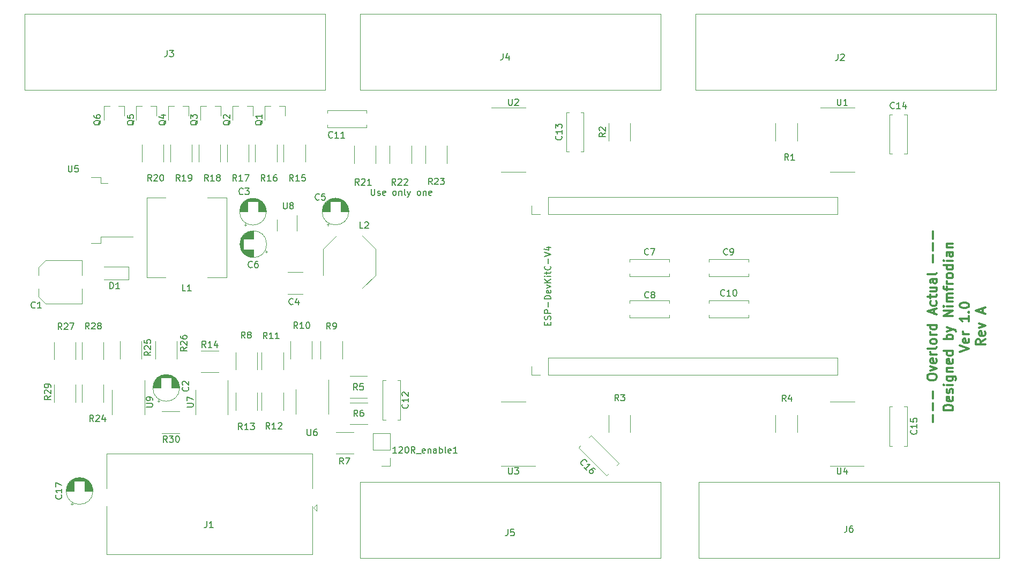
<source format=gto>
%TF.GenerationSoftware,KiCad,Pcbnew,(5.1.12)-1*%
%TF.CreationDate,2023-04-30T22:07:06+02:00*%
%TF.ProjectId,roomcontroller,726f6f6d-636f-46e7-9472-6f6c6c65722e,rev?*%
%TF.SameCoordinates,Original*%
%TF.FileFunction,Legend,Top*%
%TF.FilePolarity,Positive*%
%FSLAX46Y46*%
G04 Gerber Fmt 4.6, Leading zero omitted, Abs format (unit mm)*
G04 Created by KiCad (PCBNEW (5.1.12)-1) date 2023-04-30 22:07:06*
%MOMM*%
%LPD*%
G01*
G04 APERTURE LIST*
%ADD10C,0.150000*%
%ADD11C,0.300000*%
%ADD12C,0.120000*%
G04 APERTURE END LIST*
D10*
X80888095Y-53102380D02*
X80888095Y-53911904D01*
X80935714Y-54007142D01*
X80983333Y-54054761D01*
X81078571Y-54102380D01*
X81269047Y-54102380D01*
X81364285Y-54054761D01*
X81411904Y-54007142D01*
X81459523Y-53911904D01*
X81459523Y-53102380D01*
X81888095Y-54054761D02*
X81983333Y-54102380D01*
X82173809Y-54102380D01*
X82269047Y-54054761D01*
X82316666Y-53959523D01*
X82316666Y-53911904D01*
X82269047Y-53816666D01*
X82173809Y-53769047D01*
X82030952Y-53769047D01*
X81935714Y-53721428D01*
X81888095Y-53626190D01*
X81888095Y-53578571D01*
X81935714Y-53483333D01*
X82030952Y-53435714D01*
X82173809Y-53435714D01*
X82269047Y-53483333D01*
X83126190Y-54054761D02*
X83030952Y-54102380D01*
X82840476Y-54102380D01*
X82745238Y-54054761D01*
X82697619Y-53959523D01*
X82697619Y-53578571D01*
X82745238Y-53483333D01*
X82840476Y-53435714D01*
X83030952Y-53435714D01*
X83126190Y-53483333D01*
X83173809Y-53578571D01*
X83173809Y-53673809D01*
X82697619Y-53769047D01*
X84507142Y-54102380D02*
X84411904Y-54054761D01*
X84364285Y-54007142D01*
X84316666Y-53911904D01*
X84316666Y-53626190D01*
X84364285Y-53530952D01*
X84411904Y-53483333D01*
X84507142Y-53435714D01*
X84650000Y-53435714D01*
X84745238Y-53483333D01*
X84792857Y-53530952D01*
X84840476Y-53626190D01*
X84840476Y-53911904D01*
X84792857Y-54007142D01*
X84745238Y-54054761D01*
X84650000Y-54102380D01*
X84507142Y-54102380D01*
X85269047Y-53435714D02*
X85269047Y-54102380D01*
X85269047Y-53530952D02*
X85316666Y-53483333D01*
X85411904Y-53435714D01*
X85554761Y-53435714D01*
X85650000Y-53483333D01*
X85697619Y-53578571D01*
X85697619Y-54102380D01*
X86316666Y-54102380D02*
X86221428Y-54054761D01*
X86173809Y-53959523D01*
X86173809Y-53102380D01*
X86602380Y-53435714D02*
X86840476Y-54102380D01*
X87078571Y-53435714D02*
X86840476Y-54102380D01*
X86745238Y-54340476D01*
X86697619Y-54388095D01*
X86602380Y-54435714D01*
X88364285Y-54102380D02*
X88269047Y-54054761D01*
X88221428Y-54007142D01*
X88173809Y-53911904D01*
X88173809Y-53626190D01*
X88221428Y-53530952D01*
X88269047Y-53483333D01*
X88364285Y-53435714D01*
X88507142Y-53435714D01*
X88602380Y-53483333D01*
X88650000Y-53530952D01*
X88697619Y-53626190D01*
X88697619Y-53911904D01*
X88650000Y-54007142D01*
X88602380Y-54054761D01*
X88507142Y-54102380D01*
X88364285Y-54102380D01*
X89126190Y-53435714D02*
X89126190Y-54102380D01*
X89126190Y-53530952D02*
X89173809Y-53483333D01*
X89269047Y-53435714D01*
X89411904Y-53435714D01*
X89507142Y-53483333D01*
X89554761Y-53578571D01*
X89554761Y-54102380D01*
X90411904Y-54054761D02*
X90316666Y-54102380D01*
X90126190Y-54102380D01*
X90030952Y-54054761D01*
X89983333Y-53959523D01*
X89983333Y-53578571D01*
X90030952Y-53483333D01*
X90126190Y-53435714D01*
X90316666Y-53435714D01*
X90411904Y-53483333D01*
X90459523Y-53578571D01*
X90459523Y-53673809D01*
X89983333Y-53769047D01*
D11*
X169682142Y-89971428D02*
X169682142Y-88828571D01*
X169682142Y-88114285D02*
X169682142Y-86971428D01*
X169682142Y-86257142D02*
X169682142Y-85114285D01*
X168753571Y-82971428D02*
X168753571Y-82685714D01*
X168825000Y-82542857D01*
X168967857Y-82400000D01*
X169253571Y-82328571D01*
X169753571Y-82328571D01*
X170039285Y-82400000D01*
X170182142Y-82542857D01*
X170253571Y-82685714D01*
X170253571Y-82971428D01*
X170182142Y-83114285D01*
X170039285Y-83257142D01*
X169753571Y-83328571D01*
X169253571Y-83328571D01*
X168967857Y-83257142D01*
X168825000Y-83114285D01*
X168753571Y-82971428D01*
X169253571Y-81828571D02*
X170253571Y-81471428D01*
X169253571Y-81114285D01*
X170182142Y-79971428D02*
X170253571Y-80114285D01*
X170253571Y-80400000D01*
X170182142Y-80542857D01*
X170039285Y-80614285D01*
X169467857Y-80614285D01*
X169325000Y-80542857D01*
X169253571Y-80400000D01*
X169253571Y-80114285D01*
X169325000Y-79971428D01*
X169467857Y-79900000D01*
X169610714Y-79900000D01*
X169753571Y-80614285D01*
X170253571Y-79257142D02*
X169253571Y-79257142D01*
X169539285Y-79257142D02*
X169396428Y-79185714D01*
X169325000Y-79114285D01*
X169253571Y-78971428D01*
X169253571Y-78828571D01*
X170253571Y-78114285D02*
X170182142Y-78257142D01*
X170039285Y-78328571D01*
X168753571Y-78328571D01*
X170253571Y-77328571D02*
X170182142Y-77471428D01*
X170110714Y-77542857D01*
X169967857Y-77614285D01*
X169539285Y-77614285D01*
X169396428Y-77542857D01*
X169325000Y-77471428D01*
X169253571Y-77328571D01*
X169253571Y-77114285D01*
X169325000Y-76971428D01*
X169396428Y-76900000D01*
X169539285Y-76828571D01*
X169967857Y-76828571D01*
X170110714Y-76900000D01*
X170182142Y-76971428D01*
X170253571Y-77114285D01*
X170253571Y-77328571D01*
X170253571Y-76185714D02*
X169253571Y-76185714D01*
X169539285Y-76185714D02*
X169396428Y-76114285D01*
X169325000Y-76042857D01*
X169253571Y-75900000D01*
X169253571Y-75757142D01*
X170253571Y-74614285D02*
X168753571Y-74614285D01*
X170182142Y-74614285D02*
X170253571Y-74757142D01*
X170253571Y-75042857D01*
X170182142Y-75185714D01*
X170110714Y-75257142D01*
X169967857Y-75328571D01*
X169539285Y-75328571D01*
X169396428Y-75257142D01*
X169325000Y-75185714D01*
X169253571Y-75042857D01*
X169253571Y-74757142D01*
X169325000Y-74614285D01*
X169825000Y-72828571D02*
X169825000Y-72114285D01*
X170253571Y-72971428D02*
X168753571Y-72471428D01*
X170253571Y-71971428D01*
X170182142Y-70828571D02*
X170253571Y-70971428D01*
X170253571Y-71257142D01*
X170182142Y-71400000D01*
X170110714Y-71471428D01*
X169967857Y-71542857D01*
X169539285Y-71542857D01*
X169396428Y-71471428D01*
X169325000Y-71400000D01*
X169253571Y-71257142D01*
X169253571Y-70971428D01*
X169325000Y-70828571D01*
X169253571Y-70400000D02*
X169253571Y-69828571D01*
X168753571Y-70185714D02*
X170039285Y-70185714D01*
X170182142Y-70114285D01*
X170253571Y-69971428D01*
X170253571Y-69828571D01*
X169253571Y-68685714D02*
X170253571Y-68685714D01*
X169253571Y-69328571D02*
X170039285Y-69328571D01*
X170182142Y-69257142D01*
X170253571Y-69114285D01*
X170253571Y-68900000D01*
X170182142Y-68757142D01*
X170110714Y-68685714D01*
X170253571Y-67328571D02*
X169467857Y-67328571D01*
X169325000Y-67400000D01*
X169253571Y-67542857D01*
X169253571Y-67828571D01*
X169325000Y-67971428D01*
X170182142Y-67328571D02*
X170253571Y-67471428D01*
X170253571Y-67828571D01*
X170182142Y-67971428D01*
X170039285Y-68042857D01*
X169896428Y-68042857D01*
X169753571Y-67971428D01*
X169682142Y-67828571D01*
X169682142Y-67471428D01*
X169610714Y-67328571D01*
X170253571Y-66400000D02*
X170182142Y-66542857D01*
X170039285Y-66614285D01*
X168753571Y-66614285D01*
X169682142Y-64685714D02*
X169682142Y-63542857D01*
X169682142Y-62828571D02*
X169682142Y-61685714D01*
X169682142Y-60971428D02*
X169682142Y-59828571D01*
X172803571Y-88078571D02*
X171303571Y-88078571D01*
X171303571Y-87721428D01*
X171375000Y-87507142D01*
X171517857Y-87364285D01*
X171660714Y-87292857D01*
X171946428Y-87221428D01*
X172160714Y-87221428D01*
X172446428Y-87292857D01*
X172589285Y-87364285D01*
X172732142Y-87507142D01*
X172803571Y-87721428D01*
X172803571Y-88078571D01*
X172732142Y-86007142D02*
X172803571Y-86150000D01*
X172803571Y-86435714D01*
X172732142Y-86578571D01*
X172589285Y-86650000D01*
X172017857Y-86650000D01*
X171875000Y-86578571D01*
X171803571Y-86435714D01*
X171803571Y-86150000D01*
X171875000Y-86007142D01*
X172017857Y-85935714D01*
X172160714Y-85935714D01*
X172303571Y-86650000D01*
X172732142Y-85364285D02*
X172803571Y-85221428D01*
X172803571Y-84935714D01*
X172732142Y-84792857D01*
X172589285Y-84721428D01*
X172517857Y-84721428D01*
X172375000Y-84792857D01*
X172303571Y-84935714D01*
X172303571Y-85150000D01*
X172232142Y-85292857D01*
X172089285Y-85364285D01*
X172017857Y-85364285D01*
X171875000Y-85292857D01*
X171803571Y-85150000D01*
X171803571Y-84935714D01*
X171875000Y-84792857D01*
X172803571Y-84078571D02*
X171803571Y-84078571D01*
X171303571Y-84078571D02*
X171375000Y-84150000D01*
X171446428Y-84078571D01*
X171375000Y-84007142D01*
X171303571Y-84078571D01*
X171446428Y-84078571D01*
X171803571Y-82721428D02*
X173017857Y-82721428D01*
X173160714Y-82792857D01*
X173232142Y-82864285D01*
X173303571Y-83007142D01*
X173303571Y-83221428D01*
X173232142Y-83364285D01*
X172732142Y-82721428D02*
X172803571Y-82864285D01*
X172803571Y-83150000D01*
X172732142Y-83292857D01*
X172660714Y-83364285D01*
X172517857Y-83435714D01*
X172089285Y-83435714D01*
X171946428Y-83364285D01*
X171875000Y-83292857D01*
X171803571Y-83150000D01*
X171803571Y-82864285D01*
X171875000Y-82721428D01*
X171803571Y-82007142D02*
X172803571Y-82007142D01*
X171946428Y-82007142D02*
X171875000Y-81935714D01*
X171803571Y-81792857D01*
X171803571Y-81578571D01*
X171875000Y-81435714D01*
X172017857Y-81364285D01*
X172803571Y-81364285D01*
X172732142Y-80078571D02*
X172803571Y-80221428D01*
X172803571Y-80507142D01*
X172732142Y-80650000D01*
X172589285Y-80721428D01*
X172017857Y-80721428D01*
X171875000Y-80650000D01*
X171803571Y-80507142D01*
X171803571Y-80221428D01*
X171875000Y-80078571D01*
X172017857Y-80007142D01*
X172160714Y-80007142D01*
X172303571Y-80721428D01*
X172803571Y-78721428D02*
X171303571Y-78721428D01*
X172732142Y-78721428D02*
X172803571Y-78864285D01*
X172803571Y-79150000D01*
X172732142Y-79292857D01*
X172660714Y-79364285D01*
X172517857Y-79435714D01*
X172089285Y-79435714D01*
X171946428Y-79364285D01*
X171875000Y-79292857D01*
X171803571Y-79150000D01*
X171803571Y-78864285D01*
X171875000Y-78721428D01*
X172803571Y-76864285D02*
X171303571Y-76864285D01*
X171875000Y-76864285D02*
X171803571Y-76721428D01*
X171803571Y-76435714D01*
X171875000Y-76292857D01*
X171946428Y-76221428D01*
X172089285Y-76150000D01*
X172517857Y-76150000D01*
X172660714Y-76221428D01*
X172732142Y-76292857D01*
X172803571Y-76435714D01*
X172803571Y-76721428D01*
X172732142Y-76864285D01*
X171803571Y-75650000D02*
X172803571Y-75292857D01*
X171803571Y-74935714D02*
X172803571Y-75292857D01*
X173160714Y-75435714D01*
X173232142Y-75507142D01*
X173303571Y-75650000D01*
X172803571Y-73221428D02*
X171303571Y-73221428D01*
X172803571Y-72364285D01*
X171303571Y-72364285D01*
X172803571Y-71650000D02*
X171803571Y-71650000D01*
X171303571Y-71650000D02*
X171375000Y-71721428D01*
X171446428Y-71650000D01*
X171375000Y-71578571D01*
X171303571Y-71650000D01*
X171446428Y-71650000D01*
X172803571Y-70935714D02*
X171803571Y-70935714D01*
X171946428Y-70935714D02*
X171875000Y-70864285D01*
X171803571Y-70721428D01*
X171803571Y-70507142D01*
X171875000Y-70364285D01*
X172017857Y-70292857D01*
X172803571Y-70292857D01*
X172017857Y-70292857D02*
X171875000Y-70221428D01*
X171803571Y-70078571D01*
X171803571Y-69864285D01*
X171875000Y-69721428D01*
X172017857Y-69650000D01*
X172803571Y-69650000D01*
X171803571Y-69150000D02*
X171803571Y-68578571D01*
X172803571Y-68935714D02*
X171517857Y-68935714D01*
X171375000Y-68864285D01*
X171303571Y-68721428D01*
X171303571Y-68578571D01*
X172803571Y-68078571D02*
X171803571Y-68078571D01*
X172089285Y-68078571D02*
X171946428Y-68007142D01*
X171875000Y-67935714D01*
X171803571Y-67792857D01*
X171803571Y-67650000D01*
X172803571Y-66935714D02*
X172732142Y-67078571D01*
X172660714Y-67150000D01*
X172517857Y-67221428D01*
X172089285Y-67221428D01*
X171946428Y-67150000D01*
X171875000Y-67078571D01*
X171803571Y-66935714D01*
X171803571Y-66721428D01*
X171875000Y-66578571D01*
X171946428Y-66507142D01*
X172089285Y-66435714D01*
X172517857Y-66435714D01*
X172660714Y-66507142D01*
X172732142Y-66578571D01*
X172803571Y-66721428D01*
X172803571Y-66935714D01*
X172803571Y-65150000D02*
X171303571Y-65150000D01*
X172732142Y-65150000D02*
X172803571Y-65292857D01*
X172803571Y-65578571D01*
X172732142Y-65721428D01*
X172660714Y-65792857D01*
X172517857Y-65864285D01*
X172089285Y-65864285D01*
X171946428Y-65792857D01*
X171875000Y-65721428D01*
X171803571Y-65578571D01*
X171803571Y-65292857D01*
X171875000Y-65150000D01*
X172803571Y-64435714D02*
X171803571Y-64435714D01*
X171303571Y-64435714D02*
X171375000Y-64507142D01*
X171446428Y-64435714D01*
X171375000Y-64364285D01*
X171303571Y-64435714D01*
X171446428Y-64435714D01*
X172803571Y-63078571D02*
X172017857Y-63078571D01*
X171875000Y-63150000D01*
X171803571Y-63292857D01*
X171803571Y-63578571D01*
X171875000Y-63721428D01*
X172732142Y-63078571D02*
X172803571Y-63221428D01*
X172803571Y-63578571D01*
X172732142Y-63721428D01*
X172589285Y-63792857D01*
X172446428Y-63792857D01*
X172303571Y-63721428D01*
X172232142Y-63578571D01*
X172232142Y-63221428D01*
X172160714Y-63078571D01*
X171803571Y-62364285D02*
X172803571Y-62364285D01*
X171946428Y-62364285D02*
X171875000Y-62292857D01*
X171803571Y-62150000D01*
X171803571Y-61935714D01*
X171875000Y-61792857D01*
X172017857Y-61721428D01*
X172803571Y-61721428D01*
X173853571Y-78864285D02*
X175353571Y-78364285D01*
X173853571Y-77864285D01*
X175282142Y-76792857D02*
X175353571Y-76935714D01*
X175353571Y-77221428D01*
X175282142Y-77364285D01*
X175139285Y-77435714D01*
X174567857Y-77435714D01*
X174425000Y-77364285D01*
X174353571Y-77221428D01*
X174353571Y-76935714D01*
X174425000Y-76792857D01*
X174567857Y-76721428D01*
X174710714Y-76721428D01*
X174853571Y-77435714D01*
X175353571Y-76078571D02*
X174353571Y-76078571D01*
X174639285Y-76078571D02*
X174496428Y-76007142D01*
X174425000Y-75935714D01*
X174353571Y-75792857D01*
X174353571Y-75650000D01*
X175353571Y-73221428D02*
X175353571Y-74078571D01*
X175353571Y-73650000D02*
X173853571Y-73650000D01*
X174067857Y-73792857D01*
X174210714Y-73935714D01*
X174282142Y-74078571D01*
X175210714Y-72578571D02*
X175282142Y-72507142D01*
X175353571Y-72578571D01*
X175282142Y-72650000D01*
X175210714Y-72578571D01*
X175353571Y-72578571D01*
X173853571Y-71578571D02*
X173853571Y-71435714D01*
X173925000Y-71292857D01*
X173996428Y-71221428D01*
X174139285Y-71150000D01*
X174425000Y-71078571D01*
X174782142Y-71078571D01*
X175067857Y-71150000D01*
X175210714Y-71221428D01*
X175282142Y-71292857D01*
X175353571Y-71435714D01*
X175353571Y-71578571D01*
X175282142Y-71721428D01*
X175210714Y-71792857D01*
X175067857Y-71864285D01*
X174782142Y-71935714D01*
X174425000Y-71935714D01*
X174139285Y-71864285D01*
X173996428Y-71792857D01*
X173925000Y-71721428D01*
X173853571Y-71578571D01*
X177903571Y-76864285D02*
X177189285Y-77364285D01*
X177903571Y-77721428D02*
X176403571Y-77721428D01*
X176403571Y-77150000D01*
X176475000Y-77007142D01*
X176546428Y-76935714D01*
X176689285Y-76864285D01*
X176903571Y-76864285D01*
X177046428Y-76935714D01*
X177117857Y-77007142D01*
X177189285Y-77150000D01*
X177189285Y-77721428D01*
X177832142Y-75650000D02*
X177903571Y-75792857D01*
X177903571Y-76078571D01*
X177832142Y-76221428D01*
X177689285Y-76292857D01*
X177117857Y-76292857D01*
X176975000Y-76221428D01*
X176903571Y-76078571D01*
X176903571Y-75792857D01*
X176975000Y-75650000D01*
X177117857Y-75578571D01*
X177260714Y-75578571D01*
X177403571Y-76292857D01*
X176903571Y-75078571D02*
X177903571Y-74721428D01*
X176903571Y-74364285D01*
X177475000Y-72721428D02*
X177475000Y-72007142D01*
X177903571Y-72864285D02*
X176403571Y-72364285D01*
X177903571Y-71864285D01*
D12*
%TO.C,ESP1*%
X154590000Y-82480000D02*
X154590000Y-79820000D01*
X108810000Y-79820000D02*
X154590000Y-79820000D01*
X107540000Y-82480000D02*
X106210000Y-82480000D01*
X106210000Y-82480000D02*
X106210000Y-81150000D01*
X108810000Y-82480000D02*
X154590000Y-82480000D01*
X108810000Y-82480000D02*
X108810000Y-79820000D01*
X154590000Y-57080000D02*
X154590000Y-54420000D01*
X108810000Y-54420000D02*
X154590000Y-54420000D01*
X107540000Y-57080000D02*
X106210000Y-57080000D01*
X106210000Y-57080000D02*
X106210000Y-55750000D01*
X108810000Y-57080000D02*
X154590000Y-57080000D01*
X108810000Y-57080000D02*
X108810000Y-54420000D01*
%TO.C,C16*%
X115280134Y-92371986D02*
X115594796Y-92057324D01*
X113657324Y-93994796D02*
X113971986Y-93680134D01*
X119692480Y-96784332D02*
X120007142Y-96469670D01*
X118069670Y-98407142D02*
X118384332Y-98092480D01*
X120007142Y-96469670D02*
X115594796Y-92057324D01*
X118069670Y-98407142D02*
X113657324Y-93994796D01*
%TO.C,C15*%
X163245000Y-93740000D02*
X162800000Y-93740000D01*
X165540000Y-93740000D02*
X165095000Y-93740000D01*
X163245000Y-87500000D02*
X162800000Y-87500000D01*
X165540000Y-87500000D02*
X165095000Y-87500000D01*
X162800000Y-87500000D02*
X162800000Y-93740000D01*
X165540000Y-87500000D02*
X165540000Y-93740000D01*
%TO.C,C13*%
X113995000Y-40990000D02*
X114440000Y-40990000D01*
X111700000Y-40990000D02*
X112145000Y-40990000D01*
X113995000Y-47230000D02*
X114440000Y-47230000D01*
X111700000Y-47230000D02*
X112145000Y-47230000D01*
X114440000Y-47230000D02*
X114440000Y-40990000D01*
X111700000Y-47230000D02*
X111700000Y-40990000D01*
%TO.C,U4*%
X155310000Y-96890000D02*
X158760000Y-96890000D01*
X155310000Y-96890000D02*
X153360000Y-96890000D01*
X155310000Y-86770000D02*
X157260000Y-86770000D01*
X155310000Y-86770000D02*
X153360000Y-86770000D01*
%TO.C,U3*%
X103350000Y-96890000D02*
X106800000Y-96890000D01*
X103350000Y-96890000D02*
X101400000Y-96890000D01*
X103350000Y-86770000D02*
X105300000Y-86770000D01*
X103350000Y-86770000D02*
X101400000Y-86770000D01*
%TO.C,U2*%
X103350000Y-40270000D02*
X99900000Y-40270000D01*
X103350000Y-40270000D02*
X105300000Y-40270000D01*
X103350000Y-50390000D02*
X101400000Y-50390000D01*
X103350000Y-50390000D02*
X105300000Y-50390000D01*
%TO.C,U1*%
X155310000Y-40270000D02*
X151860000Y-40270000D01*
X155310000Y-40270000D02*
X157260000Y-40270000D01*
X155310000Y-50390000D02*
X153360000Y-50390000D01*
X155310000Y-50390000D02*
X157260000Y-50390000D01*
%TO.C,J6*%
X132650000Y-111450000D02*
X180150000Y-111450000D01*
X180150000Y-99450000D02*
X132650000Y-99450000D01*
X132650000Y-99450000D02*
X132650000Y-111450000D01*
X180150000Y-111450000D02*
X180150000Y-99450000D01*
%TO.C,J5*%
X79150000Y-111450000D02*
X126650000Y-111450000D01*
X126650000Y-99450000D02*
X79150000Y-99450000D01*
X79150000Y-99450000D02*
X79150000Y-111450000D01*
X126650000Y-111450000D02*
X126650000Y-99450000D01*
%TO.C,J2*%
X179650000Y-25450000D02*
X132150000Y-25450000D01*
X132150000Y-37450000D02*
X179650000Y-37450000D01*
X179650000Y-37450000D02*
X179650000Y-25450000D01*
X132150000Y-25450000D02*
X132150000Y-37450000D01*
%TO.C,J4*%
X79150000Y-37450000D02*
X126650000Y-37450000D01*
X79150000Y-25450000D02*
X79150000Y-37450000D01*
X126650000Y-25450000D02*
X79150000Y-25450000D01*
X126650000Y-37450000D02*
X126650000Y-25450000D01*
%TO.C,J3*%
X26150000Y-37450000D02*
X73650000Y-37450000D01*
X26150000Y-25450000D02*
X26150000Y-37450000D01*
X73650000Y-25450000D02*
X26150000Y-25450000D01*
X73650000Y-37450000D02*
X73650000Y-25450000D01*
%TO.C,C2*%
X47105000Y-86619801D02*
X47505000Y-86619801D01*
X47305000Y-86819801D02*
X47305000Y-86419801D01*
X48130000Y-82469000D02*
X48870000Y-82469000D01*
X47963000Y-82509000D02*
X49037000Y-82509000D01*
X47836000Y-82549000D02*
X49164000Y-82549000D01*
X47732000Y-82589000D02*
X49268000Y-82589000D01*
X47641000Y-82629000D02*
X49359000Y-82629000D01*
X47560000Y-82669000D02*
X49440000Y-82669000D01*
X47487000Y-82709000D02*
X49513000Y-82709000D01*
X47420000Y-82749000D02*
X49580000Y-82749000D01*
X47358000Y-82789000D02*
X49642000Y-82789000D01*
X47300000Y-82829000D02*
X49700000Y-82829000D01*
X47246000Y-82869000D02*
X49754000Y-82869000D01*
X47196000Y-82909000D02*
X49804000Y-82909000D01*
X47149000Y-82949000D02*
X49851000Y-82949000D01*
X49340000Y-82989000D02*
X49896000Y-82989000D01*
X47104000Y-82989000D02*
X47660000Y-82989000D01*
X49340000Y-83029000D02*
X49938000Y-83029000D01*
X47062000Y-83029000D02*
X47660000Y-83029000D01*
X49340000Y-83069000D02*
X49978000Y-83069000D01*
X47022000Y-83069000D02*
X47660000Y-83069000D01*
X49340000Y-83109000D02*
X50016000Y-83109000D01*
X46984000Y-83109000D02*
X47660000Y-83109000D01*
X49340000Y-83149000D02*
X50052000Y-83149000D01*
X46948000Y-83149000D02*
X47660000Y-83149000D01*
X49340000Y-83189000D02*
X50087000Y-83189000D01*
X46913000Y-83189000D02*
X47660000Y-83189000D01*
X49340000Y-83229000D02*
X50119000Y-83229000D01*
X46881000Y-83229000D02*
X47660000Y-83229000D01*
X49340000Y-83269000D02*
X50150000Y-83269000D01*
X46850000Y-83269000D02*
X47660000Y-83269000D01*
X49340000Y-83309000D02*
X50180000Y-83309000D01*
X46820000Y-83309000D02*
X47660000Y-83309000D01*
X49340000Y-83349000D02*
X50208000Y-83349000D01*
X46792000Y-83349000D02*
X47660000Y-83349000D01*
X49340000Y-83389000D02*
X50235000Y-83389000D01*
X46765000Y-83389000D02*
X47660000Y-83389000D01*
X49340000Y-83429000D02*
X50260000Y-83429000D01*
X46740000Y-83429000D02*
X47660000Y-83429000D01*
X49340000Y-83469000D02*
X50285000Y-83469000D01*
X46715000Y-83469000D02*
X47660000Y-83469000D01*
X49340000Y-83509000D02*
X50308000Y-83509000D01*
X46692000Y-83509000D02*
X47660000Y-83509000D01*
X49340000Y-83549000D02*
X50330000Y-83549000D01*
X46670000Y-83549000D02*
X47660000Y-83549000D01*
X49340000Y-83589000D02*
X50351000Y-83589000D01*
X46649000Y-83589000D02*
X47660000Y-83589000D01*
X49340000Y-83629000D02*
X50370000Y-83629000D01*
X46630000Y-83629000D02*
X47660000Y-83629000D01*
X49340000Y-83669000D02*
X50389000Y-83669000D01*
X46611000Y-83669000D02*
X47660000Y-83669000D01*
X49340000Y-83709000D02*
X50407000Y-83709000D01*
X46593000Y-83709000D02*
X47660000Y-83709000D01*
X49340000Y-83749000D02*
X50424000Y-83749000D01*
X46576000Y-83749000D02*
X47660000Y-83749000D01*
X49340000Y-83789000D02*
X50440000Y-83789000D01*
X46560000Y-83789000D02*
X47660000Y-83789000D01*
X49340000Y-83829000D02*
X50454000Y-83829000D01*
X46546000Y-83829000D02*
X47660000Y-83829000D01*
X49340000Y-83870000D02*
X50468000Y-83870000D01*
X46532000Y-83870000D02*
X47660000Y-83870000D01*
X49340000Y-83910000D02*
X50482000Y-83910000D01*
X46518000Y-83910000D02*
X47660000Y-83910000D01*
X49340000Y-83950000D02*
X50494000Y-83950000D01*
X46506000Y-83950000D02*
X47660000Y-83950000D01*
X49340000Y-83990000D02*
X50505000Y-83990000D01*
X46495000Y-83990000D02*
X47660000Y-83990000D01*
X49340000Y-84030000D02*
X50516000Y-84030000D01*
X46484000Y-84030000D02*
X47660000Y-84030000D01*
X49340000Y-84070000D02*
X50525000Y-84070000D01*
X46475000Y-84070000D02*
X47660000Y-84070000D01*
X49340000Y-84110000D02*
X50534000Y-84110000D01*
X46466000Y-84110000D02*
X47660000Y-84110000D01*
X49340000Y-84150000D02*
X50542000Y-84150000D01*
X46458000Y-84150000D02*
X47660000Y-84150000D01*
X49340000Y-84190000D02*
X50550000Y-84190000D01*
X46450000Y-84190000D02*
X47660000Y-84190000D01*
X49340000Y-84230000D02*
X50556000Y-84230000D01*
X46444000Y-84230000D02*
X47660000Y-84230000D01*
X49340000Y-84270000D02*
X50562000Y-84270000D01*
X46438000Y-84270000D02*
X47660000Y-84270000D01*
X49340000Y-84310000D02*
X50567000Y-84310000D01*
X46433000Y-84310000D02*
X47660000Y-84310000D01*
X49340000Y-84350000D02*
X50571000Y-84350000D01*
X46429000Y-84350000D02*
X47660000Y-84350000D01*
X49340000Y-84390000D02*
X50574000Y-84390000D01*
X46426000Y-84390000D02*
X47660000Y-84390000D01*
X49340000Y-84430000D02*
X50577000Y-84430000D01*
X46423000Y-84430000D02*
X47660000Y-84430000D01*
X46421000Y-84470000D02*
X47660000Y-84470000D01*
X49340000Y-84470000D02*
X50579000Y-84470000D01*
X46420000Y-84510000D02*
X47660000Y-84510000D01*
X49340000Y-84510000D02*
X50580000Y-84510000D01*
X46420000Y-84550000D02*
X47660000Y-84550000D01*
X49340000Y-84550000D02*
X50580000Y-84550000D01*
X50620000Y-84550000D02*
G75*
G03*
X50620000Y-84550000I-2120000J0D01*
G01*
%TO.C,C17*%
X33405000Y-102919801D02*
X33805000Y-102919801D01*
X33605000Y-103119801D02*
X33605000Y-102719801D01*
X34430000Y-98769000D02*
X35170000Y-98769000D01*
X34263000Y-98809000D02*
X35337000Y-98809000D01*
X34136000Y-98849000D02*
X35464000Y-98849000D01*
X34032000Y-98889000D02*
X35568000Y-98889000D01*
X33941000Y-98929000D02*
X35659000Y-98929000D01*
X33860000Y-98969000D02*
X35740000Y-98969000D01*
X33787000Y-99009000D02*
X35813000Y-99009000D01*
X33720000Y-99049000D02*
X35880000Y-99049000D01*
X33658000Y-99089000D02*
X35942000Y-99089000D01*
X33600000Y-99129000D02*
X36000000Y-99129000D01*
X33546000Y-99169000D02*
X36054000Y-99169000D01*
X33496000Y-99209000D02*
X36104000Y-99209000D01*
X33449000Y-99249000D02*
X36151000Y-99249000D01*
X35640000Y-99289000D02*
X36196000Y-99289000D01*
X33404000Y-99289000D02*
X33960000Y-99289000D01*
X35640000Y-99329000D02*
X36238000Y-99329000D01*
X33362000Y-99329000D02*
X33960000Y-99329000D01*
X35640000Y-99369000D02*
X36278000Y-99369000D01*
X33322000Y-99369000D02*
X33960000Y-99369000D01*
X35640000Y-99409000D02*
X36316000Y-99409000D01*
X33284000Y-99409000D02*
X33960000Y-99409000D01*
X35640000Y-99449000D02*
X36352000Y-99449000D01*
X33248000Y-99449000D02*
X33960000Y-99449000D01*
X35640000Y-99489000D02*
X36387000Y-99489000D01*
X33213000Y-99489000D02*
X33960000Y-99489000D01*
X35640000Y-99529000D02*
X36419000Y-99529000D01*
X33181000Y-99529000D02*
X33960000Y-99529000D01*
X35640000Y-99569000D02*
X36450000Y-99569000D01*
X33150000Y-99569000D02*
X33960000Y-99569000D01*
X35640000Y-99609000D02*
X36480000Y-99609000D01*
X33120000Y-99609000D02*
X33960000Y-99609000D01*
X35640000Y-99649000D02*
X36508000Y-99649000D01*
X33092000Y-99649000D02*
X33960000Y-99649000D01*
X35640000Y-99689000D02*
X36535000Y-99689000D01*
X33065000Y-99689000D02*
X33960000Y-99689000D01*
X35640000Y-99729000D02*
X36560000Y-99729000D01*
X33040000Y-99729000D02*
X33960000Y-99729000D01*
X35640000Y-99769000D02*
X36585000Y-99769000D01*
X33015000Y-99769000D02*
X33960000Y-99769000D01*
X35640000Y-99809000D02*
X36608000Y-99809000D01*
X32992000Y-99809000D02*
X33960000Y-99809000D01*
X35640000Y-99849000D02*
X36630000Y-99849000D01*
X32970000Y-99849000D02*
X33960000Y-99849000D01*
X35640000Y-99889000D02*
X36651000Y-99889000D01*
X32949000Y-99889000D02*
X33960000Y-99889000D01*
X35640000Y-99929000D02*
X36670000Y-99929000D01*
X32930000Y-99929000D02*
X33960000Y-99929000D01*
X35640000Y-99969000D02*
X36689000Y-99969000D01*
X32911000Y-99969000D02*
X33960000Y-99969000D01*
X35640000Y-100009000D02*
X36707000Y-100009000D01*
X32893000Y-100009000D02*
X33960000Y-100009000D01*
X35640000Y-100049000D02*
X36724000Y-100049000D01*
X32876000Y-100049000D02*
X33960000Y-100049000D01*
X35640000Y-100089000D02*
X36740000Y-100089000D01*
X32860000Y-100089000D02*
X33960000Y-100089000D01*
X35640000Y-100129000D02*
X36754000Y-100129000D01*
X32846000Y-100129000D02*
X33960000Y-100129000D01*
X35640000Y-100170000D02*
X36768000Y-100170000D01*
X32832000Y-100170000D02*
X33960000Y-100170000D01*
X35640000Y-100210000D02*
X36782000Y-100210000D01*
X32818000Y-100210000D02*
X33960000Y-100210000D01*
X35640000Y-100250000D02*
X36794000Y-100250000D01*
X32806000Y-100250000D02*
X33960000Y-100250000D01*
X35640000Y-100290000D02*
X36805000Y-100290000D01*
X32795000Y-100290000D02*
X33960000Y-100290000D01*
X35640000Y-100330000D02*
X36816000Y-100330000D01*
X32784000Y-100330000D02*
X33960000Y-100330000D01*
X35640000Y-100370000D02*
X36825000Y-100370000D01*
X32775000Y-100370000D02*
X33960000Y-100370000D01*
X35640000Y-100410000D02*
X36834000Y-100410000D01*
X32766000Y-100410000D02*
X33960000Y-100410000D01*
X35640000Y-100450000D02*
X36842000Y-100450000D01*
X32758000Y-100450000D02*
X33960000Y-100450000D01*
X35640000Y-100490000D02*
X36850000Y-100490000D01*
X32750000Y-100490000D02*
X33960000Y-100490000D01*
X35640000Y-100530000D02*
X36856000Y-100530000D01*
X32744000Y-100530000D02*
X33960000Y-100530000D01*
X35640000Y-100570000D02*
X36862000Y-100570000D01*
X32738000Y-100570000D02*
X33960000Y-100570000D01*
X35640000Y-100610000D02*
X36867000Y-100610000D01*
X32733000Y-100610000D02*
X33960000Y-100610000D01*
X35640000Y-100650000D02*
X36871000Y-100650000D01*
X32729000Y-100650000D02*
X33960000Y-100650000D01*
X35640000Y-100690000D02*
X36874000Y-100690000D01*
X32726000Y-100690000D02*
X33960000Y-100690000D01*
X35640000Y-100730000D02*
X36877000Y-100730000D01*
X32723000Y-100730000D02*
X33960000Y-100730000D01*
X32721000Y-100770000D02*
X33960000Y-100770000D01*
X35640000Y-100770000D02*
X36879000Y-100770000D01*
X32720000Y-100810000D02*
X33960000Y-100810000D01*
X35640000Y-100810000D02*
X36880000Y-100810000D01*
X32720000Y-100850000D02*
X33960000Y-100850000D01*
X35640000Y-100850000D02*
X36880000Y-100850000D01*
X36920000Y-100850000D02*
G75*
G03*
X36920000Y-100850000I-2120000J0D01*
G01*
%TO.C,C6*%
X64319801Y-63235000D02*
X64319801Y-62835000D01*
X64519801Y-63035000D02*
X64119801Y-63035000D01*
X60169000Y-62210000D02*
X60169000Y-61470000D01*
X60209000Y-62377000D02*
X60209000Y-61303000D01*
X60249000Y-62504000D02*
X60249000Y-61176000D01*
X60289000Y-62608000D02*
X60289000Y-61072000D01*
X60329000Y-62699000D02*
X60329000Y-60981000D01*
X60369000Y-62780000D02*
X60369000Y-60900000D01*
X60409000Y-62853000D02*
X60409000Y-60827000D01*
X60449000Y-62920000D02*
X60449000Y-60760000D01*
X60489000Y-62982000D02*
X60489000Y-60698000D01*
X60529000Y-63040000D02*
X60529000Y-60640000D01*
X60569000Y-63094000D02*
X60569000Y-60586000D01*
X60609000Y-63144000D02*
X60609000Y-60536000D01*
X60649000Y-63191000D02*
X60649000Y-60489000D01*
X60689000Y-61000000D02*
X60689000Y-60444000D01*
X60689000Y-63236000D02*
X60689000Y-62680000D01*
X60729000Y-61000000D02*
X60729000Y-60402000D01*
X60729000Y-63278000D02*
X60729000Y-62680000D01*
X60769000Y-61000000D02*
X60769000Y-60362000D01*
X60769000Y-63318000D02*
X60769000Y-62680000D01*
X60809000Y-61000000D02*
X60809000Y-60324000D01*
X60809000Y-63356000D02*
X60809000Y-62680000D01*
X60849000Y-61000000D02*
X60849000Y-60288000D01*
X60849000Y-63392000D02*
X60849000Y-62680000D01*
X60889000Y-61000000D02*
X60889000Y-60253000D01*
X60889000Y-63427000D02*
X60889000Y-62680000D01*
X60929000Y-61000000D02*
X60929000Y-60221000D01*
X60929000Y-63459000D02*
X60929000Y-62680000D01*
X60969000Y-61000000D02*
X60969000Y-60190000D01*
X60969000Y-63490000D02*
X60969000Y-62680000D01*
X61009000Y-61000000D02*
X61009000Y-60160000D01*
X61009000Y-63520000D02*
X61009000Y-62680000D01*
X61049000Y-61000000D02*
X61049000Y-60132000D01*
X61049000Y-63548000D02*
X61049000Y-62680000D01*
X61089000Y-61000000D02*
X61089000Y-60105000D01*
X61089000Y-63575000D02*
X61089000Y-62680000D01*
X61129000Y-61000000D02*
X61129000Y-60080000D01*
X61129000Y-63600000D02*
X61129000Y-62680000D01*
X61169000Y-61000000D02*
X61169000Y-60055000D01*
X61169000Y-63625000D02*
X61169000Y-62680000D01*
X61209000Y-61000000D02*
X61209000Y-60032000D01*
X61209000Y-63648000D02*
X61209000Y-62680000D01*
X61249000Y-61000000D02*
X61249000Y-60010000D01*
X61249000Y-63670000D02*
X61249000Y-62680000D01*
X61289000Y-61000000D02*
X61289000Y-59989000D01*
X61289000Y-63691000D02*
X61289000Y-62680000D01*
X61329000Y-61000000D02*
X61329000Y-59970000D01*
X61329000Y-63710000D02*
X61329000Y-62680000D01*
X61369000Y-61000000D02*
X61369000Y-59951000D01*
X61369000Y-63729000D02*
X61369000Y-62680000D01*
X61409000Y-61000000D02*
X61409000Y-59933000D01*
X61409000Y-63747000D02*
X61409000Y-62680000D01*
X61449000Y-61000000D02*
X61449000Y-59916000D01*
X61449000Y-63764000D02*
X61449000Y-62680000D01*
X61489000Y-61000000D02*
X61489000Y-59900000D01*
X61489000Y-63780000D02*
X61489000Y-62680000D01*
X61529000Y-61000000D02*
X61529000Y-59886000D01*
X61529000Y-63794000D02*
X61529000Y-62680000D01*
X61570000Y-61000000D02*
X61570000Y-59872000D01*
X61570000Y-63808000D02*
X61570000Y-62680000D01*
X61610000Y-61000000D02*
X61610000Y-59858000D01*
X61610000Y-63822000D02*
X61610000Y-62680000D01*
X61650000Y-61000000D02*
X61650000Y-59846000D01*
X61650000Y-63834000D02*
X61650000Y-62680000D01*
X61690000Y-61000000D02*
X61690000Y-59835000D01*
X61690000Y-63845000D02*
X61690000Y-62680000D01*
X61730000Y-61000000D02*
X61730000Y-59824000D01*
X61730000Y-63856000D02*
X61730000Y-62680000D01*
X61770000Y-61000000D02*
X61770000Y-59815000D01*
X61770000Y-63865000D02*
X61770000Y-62680000D01*
X61810000Y-61000000D02*
X61810000Y-59806000D01*
X61810000Y-63874000D02*
X61810000Y-62680000D01*
X61850000Y-61000000D02*
X61850000Y-59798000D01*
X61850000Y-63882000D02*
X61850000Y-62680000D01*
X61890000Y-61000000D02*
X61890000Y-59790000D01*
X61890000Y-63890000D02*
X61890000Y-62680000D01*
X61930000Y-61000000D02*
X61930000Y-59784000D01*
X61930000Y-63896000D02*
X61930000Y-62680000D01*
X61970000Y-61000000D02*
X61970000Y-59778000D01*
X61970000Y-63902000D02*
X61970000Y-62680000D01*
X62010000Y-61000000D02*
X62010000Y-59773000D01*
X62010000Y-63907000D02*
X62010000Y-62680000D01*
X62050000Y-61000000D02*
X62050000Y-59769000D01*
X62050000Y-63911000D02*
X62050000Y-62680000D01*
X62090000Y-61000000D02*
X62090000Y-59766000D01*
X62090000Y-63914000D02*
X62090000Y-62680000D01*
X62130000Y-61000000D02*
X62130000Y-59763000D01*
X62130000Y-63917000D02*
X62130000Y-62680000D01*
X62170000Y-63919000D02*
X62170000Y-62680000D01*
X62170000Y-61000000D02*
X62170000Y-59761000D01*
X62210000Y-63920000D02*
X62210000Y-62680000D01*
X62210000Y-61000000D02*
X62210000Y-59760000D01*
X62250000Y-63920000D02*
X62250000Y-62680000D01*
X62250000Y-61000000D02*
X62250000Y-59760000D01*
X64370000Y-61840000D02*
G75*
G03*
X64370000Y-61840000I-2120000J0D01*
G01*
%TO.C,C5*%
X73845000Y-58739801D02*
X74245000Y-58739801D01*
X74045000Y-58939801D02*
X74045000Y-58539801D01*
X74870000Y-54589000D02*
X75610000Y-54589000D01*
X74703000Y-54629000D02*
X75777000Y-54629000D01*
X74576000Y-54669000D02*
X75904000Y-54669000D01*
X74472000Y-54709000D02*
X76008000Y-54709000D01*
X74381000Y-54749000D02*
X76099000Y-54749000D01*
X74300000Y-54789000D02*
X76180000Y-54789000D01*
X74227000Y-54829000D02*
X76253000Y-54829000D01*
X74160000Y-54869000D02*
X76320000Y-54869000D01*
X74098000Y-54909000D02*
X76382000Y-54909000D01*
X74040000Y-54949000D02*
X76440000Y-54949000D01*
X73986000Y-54989000D02*
X76494000Y-54989000D01*
X73936000Y-55029000D02*
X76544000Y-55029000D01*
X73889000Y-55069000D02*
X76591000Y-55069000D01*
X76080000Y-55109000D02*
X76636000Y-55109000D01*
X73844000Y-55109000D02*
X74400000Y-55109000D01*
X76080000Y-55149000D02*
X76678000Y-55149000D01*
X73802000Y-55149000D02*
X74400000Y-55149000D01*
X76080000Y-55189000D02*
X76718000Y-55189000D01*
X73762000Y-55189000D02*
X74400000Y-55189000D01*
X76080000Y-55229000D02*
X76756000Y-55229000D01*
X73724000Y-55229000D02*
X74400000Y-55229000D01*
X76080000Y-55269000D02*
X76792000Y-55269000D01*
X73688000Y-55269000D02*
X74400000Y-55269000D01*
X76080000Y-55309000D02*
X76827000Y-55309000D01*
X73653000Y-55309000D02*
X74400000Y-55309000D01*
X76080000Y-55349000D02*
X76859000Y-55349000D01*
X73621000Y-55349000D02*
X74400000Y-55349000D01*
X76080000Y-55389000D02*
X76890000Y-55389000D01*
X73590000Y-55389000D02*
X74400000Y-55389000D01*
X76080000Y-55429000D02*
X76920000Y-55429000D01*
X73560000Y-55429000D02*
X74400000Y-55429000D01*
X76080000Y-55469000D02*
X76948000Y-55469000D01*
X73532000Y-55469000D02*
X74400000Y-55469000D01*
X76080000Y-55509000D02*
X76975000Y-55509000D01*
X73505000Y-55509000D02*
X74400000Y-55509000D01*
X76080000Y-55549000D02*
X77000000Y-55549000D01*
X73480000Y-55549000D02*
X74400000Y-55549000D01*
X76080000Y-55589000D02*
X77025000Y-55589000D01*
X73455000Y-55589000D02*
X74400000Y-55589000D01*
X76080000Y-55629000D02*
X77048000Y-55629000D01*
X73432000Y-55629000D02*
X74400000Y-55629000D01*
X76080000Y-55669000D02*
X77070000Y-55669000D01*
X73410000Y-55669000D02*
X74400000Y-55669000D01*
X76080000Y-55709000D02*
X77091000Y-55709000D01*
X73389000Y-55709000D02*
X74400000Y-55709000D01*
X76080000Y-55749000D02*
X77110000Y-55749000D01*
X73370000Y-55749000D02*
X74400000Y-55749000D01*
X76080000Y-55789000D02*
X77129000Y-55789000D01*
X73351000Y-55789000D02*
X74400000Y-55789000D01*
X76080000Y-55829000D02*
X77147000Y-55829000D01*
X73333000Y-55829000D02*
X74400000Y-55829000D01*
X76080000Y-55869000D02*
X77164000Y-55869000D01*
X73316000Y-55869000D02*
X74400000Y-55869000D01*
X76080000Y-55909000D02*
X77180000Y-55909000D01*
X73300000Y-55909000D02*
X74400000Y-55909000D01*
X76080000Y-55949000D02*
X77194000Y-55949000D01*
X73286000Y-55949000D02*
X74400000Y-55949000D01*
X76080000Y-55990000D02*
X77208000Y-55990000D01*
X73272000Y-55990000D02*
X74400000Y-55990000D01*
X76080000Y-56030000D02*
X77222000Y-56030000D01*
X73258000Y-56030000D02*
X74400000Y-56030000D01*
X76080000Y-56070000D02*
X77234000Y-56070000D01*
X73246000Y-56070000D02*
X74400000Y-56070000D01*
X76080000Y-56110000D02*
X77245000Y-56110000D01*
X73235000Y-56110000D02*
X74400000Y-56110000D01*
X76080000Y-56150000D02*
X77256000Y-56150000D01*
X73224000Y-56150000D02*
X74400000Y-56150000D01*
X76080000Y-56190000D02*
X77265000Y-56190000D01*
X73215000Y-56190000D02*
X74400000Y-56190000D01*
X76080000Y-56230000D02*
X77274000Y-56230000D01*
X73206000Y-56230000D02*
X74400000Y-56230000D01*
X76080000Y-56270000D02*
X77282000Y-56270000D01*
X73198000Y-56270000D02*
X74400000Y-56270000D01*
X76080000Y-56310000D02*
X77290000Y-56310000D01*
X73190000Y-56310000D02*
X74400000Y-56310000D01*
X76080000Y-56350000D02*
X77296000Y-56350000D01*
X73184000Y-56350000D02*
X74400000Y-56350000D01*
X76080000Y-56390000D02*
X77302000Y-56390000D01*
X73178000Y-56390000D02*
X74400000Y-56390000D01*
X76080000Y-56430000D02*
X77307000Y-56430000D01*
X73173000Y-56430000D02*
X74400000Y-56430000D01*
X76080000Y-56470000D02*
X77311000Y-56470000D01*
X73169000Y-56470000D02*
X74400000Y-56470000D01*
X76080000Y-56510000D02*
X77314000Y-56510000D01*
X73166000Y-56510000D02*
X74400000Y-56510000D01*
X76080000Y-56550000D02*
X77317000Y-56550000D01*
X73163000Y-56550000D02*
X74400000Y-56550000D01*
X73161000Y-56590000D02*
X74400000Y-56590000D01*
X76080000Y-56590000D02*
X77319000Y-56590000D01*
X73160000Y-56630000D02*
X74400000Y-56630000D01*
X76080000Y-56630000D02*
X77320000Y-56630000D01*
X73160000Y-56670000D02*
X74400000Y-56670000D01*
X76080000Y-56670000D02*
X77320000Y-56670000D01*
X77360000Y-56670000D02*
G75*
G03*
X77360000Y-56670000I-2120000J0D01*
G01*
%TO.C,C3*%
X60805000Y-58759801D02*
X61205000Y-58759801D01*
X61005000Y-58959801D02*
X61005000Y-58559801D01*
X61830000Y-54609000D02*
X62570000Y-54609000D01*
X61663000Y-54649000D02*
X62737000Y-54649000D01*
X61536000Y-54689000D02*
X62864000Y-54689000D01*
X61432000Y-54729000D02*
X62968000Y-54729000D01*
X61341000Y-54769000D02*
X63059000Y-54769000D01*
X61260000Y-54809000D02*
X63140000Y-54809000D01*
X61187000Y-54849000D02*
X63213000Y-54849000D01*
X61120000Y-54889000D02*
X63280000Y-54889000D01*
X61058000Y-54929000D02*
X63342000Y-54929000D01*
X61000000Y-54969000D02*
X63400000Y-54969000D01*
X60946000Y-55009000D02*
X63454000Y-55009000D01*
X60896000Y-55049000D02*
X63504000Y-55049000D01*
X60849000Y-55089000D02*
X63551000Y-55089000D01*
X63040000Y-55129000D02*
X63596000Y-55129000D01*
X60804000Y-55129000D02*
X61360000Y-55129000D01*
X63040000Y-55169000D02*
X63638000Y-55169000D01*
X60762000Y-55169000D02*
X61360000Y-55169000D01*
X63040000Y-55209000D02*
X63678000Y-55209000D01*
X60722000Y-55209000D02*
X61360000Y-55209000D01*
X63040000Y-55249000D02*
X63716000Y-55249000D01*
X60684000Y-55249000D02*
X61360000Y-55249000D01*
X63040000Y-55289000D02*
X63752000Y-55289000D01*
X60648000Y-55289000D02*
X61360000Y-55289000D01*
X63040000Y-55329000D02*
X63787000Y-55329000D01*
X60613000Y-55329000D02*
X61360000Y-55329000D01*
X63040000Y-55369000D02*
X63819000Y-55369000D01*
X60581000Y-55369000D02*
X61360000Y-55369000D01*
X63040000Y-55409000D02*
X63850000Y-55409000D01*
X60550000Y-55409000D02*
X61360000Y-55409000D01*
X63040000Y-55449000D02*
X63880000Y-55449000D01*
X60520000Y-55449000D02*
X61360000Y-55449000D01*
X63040000Y-55489000D02*
X63908000Y-55489000D01*
X60492000Y-55489000D02*
X61360000Y-55489000D01*
X63040000Y-55529000D02*
X63935000Y-55529000D01*
X60465000Y-55529000D02*
X61360000Y-55529000D01*
X63040000Y-55569000D02*
X63960000Y-55569000D01*
X60440000Y-55569000D02*
X61360000Y-55569000D01*
X63040000Y-55609000D02*
X63985000Y-55609000D01*
X60415000Y-55609000D02*
X61360000Y-55609000D01*
X63040000Y-55649000D02*
X64008000Y-55649000D01*
X60392000Y-55649000D02*
X61360000Y-55649000D01*
X63040000Y-55689000D02*
X64030000Y-55689000D01*
X60370000Y-55689000D02*
X61360000Y-55689000D01*
X63040000Y-55729000D02*
X64051000Y-55729000D01*
X60349000Y-55729000D02*
X61360000Y-55729000D01*
X63040000Y-55769000D02*
X64070000Y-55769000D01*
X60330000Y-55769000D02*
X61360000Y-55769000D01*
X63040000Y-55809000D02*
X64089000Y-55809000D01*
X60311000Y-55809000D02*
X61360000Y-55809000D01*
X63040000Y-55849000D02*
X64107000Y-55849000D01*
X60293000Y-55849000D02*
X61360000Y-55849000D01*
X63040000Y-55889000D02*
X64124000Y-55889000D01*
X60276000Y-55889000D02*
X61360000Y-55889000D01*
X63040000Y-55929000D02*
X64140000Y-55929000D01*
X60260000Y-55929000D02*
X61360000Y-55929000D01*
X63040000Y-55969000D02*
X64154000Y-55969000D01*
X60246000Y-55969000D02*
X61360000Y-55969000D01*
X63040000Y-56010000D02*
X64168000Y-56010000D01*
X60232000Y-56010000D02*
X61360000Y-56010000D01*
X63040000Y-56050000D02*
X64182000Y-56050000D01*
X60218000Y-56050000D02*
X61360000Y-56050000D01*
X63040000Y-56090000D02*
X64194000Y-56090000D01*
X60206000Y-56090000D02*
X61360000Y-56090000D01*
X63040000Y-56130000D02*
X64205000Y-56130000D01*
X60195000Y-56130000D02*
X61360000Y-56130000D01*
X63040000Y-56170000D02*
X64216000Y-56170000D01*
X60184000Y-56170000D02*
X61360000Y-56170000D01*
X63040000Y-56210000D02*
X64225000Y-56210000D01*
X60175000Y-56210000D02*
X61360000Y-56210000D01*
X63040000Y-56250000D02*
X64234000Y-56250000D01*
X60166000Y-56250000D02*
X61360000Y-56250000D01*
X63040000Y-56290000D02*
X64242000Y-56290000D01*
X60158000Y-56290000D02*
X61360000Y-56290000D01*
X63040000Y-56330000D02*
X64250000Y-56330000D01*
X60150000Y-56330000D02*
X61360000Y-56330000D01*
X63040000Y-56370000D02*
X64256000Y-56370000D01*
X60144000Y-56370000D02*
X61360000Y-56370000D01*
X63040000Y-56410000D02*
X64262000Y-56410000D01*
X60138000Y-56410000D02*
X61360000Y-56410000D01*
X63040000Y-56450000D02*
X64267000Y-56450000D01*
X60133000Y-56450000D02*
X61360000Y-56450000D01*
X63040000Y-56490000D02*
X64271000Y-56490000D01*
X60129000Y-56490000D02*
X61360000Y-56490000D01*
X63040000Y-56530000D02*
X64274000Y-56530000D01*
X60126000Y-56530000D02*
X61360000Y-56530000D01*
X63040000Y-56570000D02*
X64277000Y-56570000D01*
X60123000Y-56570000D02*
X61360000Y-56570000D01*
X60121000Y-56610000D02*
X61360000Y-56610000D01*
X63040000Y-56610000D02*
X64279000Y-56610000D01*
X60120000Y-56650000D02*
X61360000Y-56650000D01*
X63040000Y-56650000D02*
X64280000Y-56650000D01*
X60120000Y-56690000D02*
X61360000Y-56690000D01*
X63040000Y-56690000D02*
X64280000Y-56690000D01*
X64320000Y-56690000D02*
G75*
G03*
X64320000Y-56690000I-2120000J0D01*
G01*
%TO.C,C1*%
X28350000Y-70145563D02*
X29414437Y-71210000D01*
X28350000Y-65454437D02*
X29414437Y-64390000D01*
X28350000Y-65454437D02*
X28350000Y-66740000D01*
X28350000Y-70145563D02*
X28350000Y-68860000D01*
X29414437Y-71210000D02*
X35170000Y-71210000D01*
X29414437Y-64390000D02*
X35170000Y-64390000D01*
X35170000Y-64390000D02*
X35170000Y-66740000D01*
X35170000Y-71210000D02*
X35170000Y-68860000D01*
%TO.C,U9*%
X39940000Y-86800000D02*
X39940000Y-88750000D01*
X39940000Y-86800000D02*
X39940000Y-84850000D01*
X45060000Y-86800000D02*
X45060000Y-88750000D01*
X45060000Y-86800000D02*
X45060000Y-83350000D01*
%TO.C,R30*%
X47813748Y-88290000D02*
X50586252Y-88290000D01*
X47813748Y-91710000D02*
X50586252Y-91710000D01*
%TO.C,R29*%
X34210000Y-84013748D02*
X34210000Y-86786252D01*
X30790000Y-84013748D02*
X30790000Y-86786252D01*
%TO.C,R28*%
X35190000Y-80086252D02*
X35190000Y-77313748D01*
X38610000Y-80086252D02*
X38610000Y-77313748D01*
%TO.C,R27*%
X30790000Y-80086252D02*
X30790000Y-77313748D01*
X34210000Y-80086252D02*
X34210000Y-77313748D01*
%TO.C,R26*%
X50210000Y-77213748D02*
X50210000Y-79986252D01*
X46790000Y-77213748D02*
X46790000Y-79986252D01*
%TO.C,R25*%
X41190000Y-79986252D02*
X41190000Y-77213748D01*
X44610000Y-79986252D02*
X44610000Y-77213748D01*
%TO.C,R24*%
X38610000Y-84013748D02*
X38610000Y-86786252D01*
X35190000Y-84013748D02*
X35190000Y-86786252D01*
%TO.C,C14*%
X162800000Y-47570000D02*
X162800000Y-41330000D01*
X165540000Y-47570000D02*
X165540000Y-41330000D01*
X162800000Y-47570000D02*
X163245000Y-47570000D01*
X165095000Y-47570000D02*
X165540000Y-47570000D01*
X162800000Y-41330000D02*
X163245000Y-41330000D01*
X165095000Y-41330000D02*
X165540000Y-41330000D01*
%TO.C,C12*%
X82730000Y-89620000D02*
X82730000Y-83380000D01*
X85470000Y-89620000D02*
X85470000Y-83380000D01*
X82730000Y-89620000D02*
X83175000Y-89620000D01*
X85025000Y-89620000D02*
X85470000Y-89620000D01*
X82730000Y-83380000D02*
X83175000Y-83380000D01*
X85025000Y-83380000D02*
X85470000Y-83380000D01*
%TO.C,C11*%
X80180000Y-43380000D02*
X73940000Y-43380000D01*
X80180000Y-40640000D02*
X73940000Y-40640000D01*
X80180000Y-43380000D02*
X80180000Y-42935000D01*
X80180000Y-41085000D02*
X80180000Y-40640000D01*
X73940000Y-43380000D02*
X73940000Y-42935000D01*
X73940000Y-41085000D02*
X73940000Y-40640000D01*
%TO.C,C10*%
X134240000Y-70710000D02*
X140480000Y-70710000D01*
X134240000Y-73450000D02*
X140480000Y-73450000D01*
X134240000Y-70710000D02*
X134240000Y-71155000D01*
X134240000Y-73005000D02*
X134240000Y-73450000D01*
X140480000Y-70710000D02*
X140480000Y-71155000D01*
X140480000Y-73005000D02*
X140480000Y-73450000D01*
%TO.C,C9*%
X134240000Y-64210000D02*
X140480000Y-64210000D01*
X134240000Y-66950000D02*
X140480000Y-66950000D01*
X134240000Y-64210000D02*
X134240000Y-64655000D01*
X134240000Y-66505000D02*
X134240000Y-66950000D01*
X140480000Y-64210000D02*
X140480000Y-64655000D01*
X140480000Y-66505000D02*
X140480000Y-66950000D01*
%TO.C,C8*%
X127980000Y-73450000D02*
X121740000Y-73450000D01*
X127980000Y-70710000D02*
X121740000Y-70710000D01*
X127980000Y-73450000D02*
X127980000Y-73005000D01*
X127980000Y-71155000D02*
X127980000Y-70710000D01*
X121740000Y-73450000D02*
X121740000Y-73005000D01*
X121740000Y-71155000D02*
X121740000Y-70710000D01*
%TO.C,C7*%
X121740000Y-64210000D02*
X127980000Y-64210000D01*
X121740000Y-66950000D02*
X127980000Y-66950000D01*
X121740000Y-64210000D02*
X121740000Y-64655000D01*
X121740000Y-66505000D02*
X121740000Y-66950000D01*
X127980000Y-64210000D02*
X127980000Y-64655000D01*
X127980000Y-66505000D02*
X127980000Y-66950000D01*
%TO.C,R23*%
X92860000Y-49066252D02*
X92860000Y-46293748D01*
X89440000Y-49066252D02*
X89440000Y-46293748D01*
%TO.C,R22*%
X87240000Y-49066252D02*
X87240000Y-46293748D01*
X83820000Y-49066252D02*
X83820000Y-46293748D01*
%TO.C,R21*%
X81620000Y-49066252D02*
X81620000Y-46293748D01*
X78200000Y-49066252D02*
X78200000Y-46293748D01*
%TO.C,L1*%
X45430000Y-54480000D02*
X48430000Y-54480000D01*
X45430000Y-67080000D02*
X45430000Y-54480000D01*
X48430000Y-67080000D02*
X45430000Y-67080000D01*
X58030000Y-67080000D02*
X55030000Y-67080000D01*
X58030000Y-54480000D02*
X58030000Y-67080000D01*
X55030000Y-54480000D02*
X58030000Y-54480000D01*
%TO.C,L2*%
X73310000Y-66730000D02*
X73310000Y-62630000D01*
X81610000Y-66730000D02*
X79510000Y-68830000D01*
X81610000Y-62630000D02*
X81610000Y-66730000D01*
X81610000Y-62630000D02*
X79510000Y-60530000D01*
X73310000Y-62630000D02*
X75410000Y-60530000D01*
%TO.C,C4*%
X67728748Y-69690000D02*
X70051252Y-69690000D01*
X67728748Y-66270000D02*
X70051252Y-66270000D01*
%TO.C,U8*%
X66040000Y-57960000D02*
X66040000Y-59720000D01*
X69110000Y-59720000D02*
X69110000Y-57290000D01*
%TO.C,R20*%
X44655835Y-48848772D02*
X44655835Y-46076268D01*
X48075835Y-48848772D02*
X48075835Y-46076268D01*
%TO.C,R19*%
X49136668Y-48848772D02*
X49136668Y-46076268D01*
X52556668Y-48848772D02*
X52556668Y-46076268D01*
%TO.C,R18*%
X53617501Y-48848772D02*
X53617501Y-46076268D01*
X57037501Y-48848772D02*
X57037501Y-46076268D01*
%TO.C,R17*%
X58098334Y-48848772D02*
X58098334Y-46076268D01*
X61518334Y-48848772D02*
X61518334Y-46076268D01*
%TO.C,R16*%
X62579167Y-48848772D02*
X62579167Y-46076268D01*
X65999167Y-48848772D02*
X65999167Y-46076268D01*
%TO.C,R15*%
X67060000Y-48846252D02*
X67060000Y-46073748D01*
X70480000Y-48846252D02*
X70480000Y-46073748D01*
%TO.C,R14*%
X54013748Y-78690000D02*
X56786252Y-78690000D01*
X54013748Y-82110000D02*
X56786252Y-82110000D01*
%TO.C,R13*%
X62910000Y-85313748D02*
X62910000Y-88086252D01*
X59490000Y-85313748D02*
X59490000Y-88086252D01*
%TO.C,R12*%
X67010000Y-85313748D02*
X67010000Y-88086252D01*
X63590000Y-85313748D02*
X63590000Y-88086252D01*
%TO.C,R11*%
X63590000Y-81686252D02*
X63590000Y-78913748D01*
X67010000Y-81686252D02*
X67010000Y-78913748D01*
%TO.C,R10*%
X71510000Y-77213748D02*
X71510000Y-79986252D01*
X68090000Y-77213748D02*
X68090000Y-79986252D01*
%TO.C,R9*%
X72890000Y-79986252D02*
X72890000Y-77213748D01*
X76310000Y-79986252D02*
X76310000Y-77213748D01*
%TO.C,R8*%
X59490000Y-81686252D02*
X59490000Y-78913748D01*
X62910000Y-81686252D02*
X62910000Y-78913748D01*
%TO.C,R7*%
X75303748Y-91550000D02*
X78076252Y-91550000D01*
X75303748Y-94970000D02*
X78076252Y-94970000D01*
%TO.C,R6*%
X80286252Y-90310000D02*
X77513748Y-90310000D01*
X80286252Y-86890000D02*
X77513748Y-86890000D01*
%TO.C,R5*%
X77483748Y-82710000D02*
X80256252Y-82710000D01*
X77483748Y-86130000D02*
X80256252Y-86130000D01*
%TO.C,R4*%
X148200000Y-88833748D02*
X148200000Y-91606252D01*
X144780000Y-88833748D02*
X144780000Y-91606252D01*
%TO.C,R3*%
X121800000Y-88833748D02*
X121800000Y-91606252D01*
X118380000Y-88833748D02*
X118380000Y-91606252D01*
%TO.C,R2*%
X118380000Y-45496252D02*
X118380000Y-42723748D01*
X121800000Y-45496252D02*
X121800000Y-42723748D01*
%TO.C,R1*%
X144780000Y-45496252D02*
X144780000Y-42723748D01*
X148200000Y-45496252D02*
X148200000Y-42723748D01*
%TO.C,U6*%
X68990000Y-86760000D02*
X68990000Y-88710000D01*
X68990000Y-86760000D02*
X68990000Y-84810000D01*
X74110000Y-86760000D02*
X74110000Y-88710000D01*
X74110000Y-86760000D02*
X74110000Y-83310000D01*
%TO.C,Q6*%
X41840000Y-40030000D02*
X41840000Y-41490000D01*
X38680000Y-40030000D02*
X38680000Y-42190000D01*
X38680000Y-40030000D02*
X39610000Y-40030000D01*
X41840000Y-40030000D02*
X40910000Y-40030000D01*
%TO.C,Q5*%
X46920000Y-40030000D02*
X46920000Y-41490000D01*
X43760000Y-40030000D02*
X43760000Y-42190000D01*
X43760000Y-40030000D02*
X44690000Y-40030000D01*
X46920000Y-40030000D02*
X45990000Y-40030000D01*
%TO.C,Q4*%
X52000000Y-40030000D02*
X52000000Y-41490000D01*
X48840000Y-40030000D02*
X48840000Y-42190000D01*
X48840000Y-40030000D02*
X49770000Y-40030000D01*
X52000000Y-40030000D02*
X51070000Y-40030000D01*
%TO.C,Q3*%
X57080000Y-40030000D02*
X57080000Y-41490000D01*
X53920000Y-40030000D02*
X53920000Y-42190000D01*
X53920000Y-40030000D02*
X54850000Y-40030000D01*
X57080000Y-40030000D02*
X56150000Y-40030000D01*
%TO.C,Q2*%
X62160000Y-40030000D02*
X62160000Y-41490000D01*
X59000000Y-40030000D02*
X59000000Y-42190000D01*
X59000000Y-40030000D02*
X59930000Y-40030000D01*
X62160000Y-40030000D02*
X61230000Y-40030000D01*
%TO.C,Q1*%
X67240000Y-40030000D02*
X67240000Y-41490000D01*
X64080000Y-40030000D02*
X64080000Y-42190000D01*
X64080000Y-40030000D02*
X65010000Y-40030000D01*
X67240000Y-40030000D02*
X66310000Y-40030000D01*
%TO.C,U7*%
X58260000Y-86800000D02*
X58260000Y-83350000D01*
X58260000Y-86800000D02*
X58260000Y-88750000D01*
X53140000Y-86800000D02*
X53140000Y-84850000D01*
X53140000Y-86800000D02*
X53140000Y-88750000D01*
%TO.C,U5*%
X38150000Y-52190000D02*
X39250000Y-52190000D01*
X38150000Y-51240000D02*
X38150000Y-52190000D01*
X36650000Y-51240000D02*
X38150000Y-51240000D01*
X38150000Y-60690000D02*
X43275000Y-60690000D01*
X38150000Y-61640000D02*
X38150000Y-60690000D01*
X36650000Y-61640000D02*
X38150000Y-61640000D01*
%TO.C,120R_enable1*%
X83860000Y-96940000D02*
X82530000Y-96940000D01*
X83860000Y-95610000D02*
X83860000Y-96940000D01*
X83860000Y-94340000D02*
X81200000Y-94340000D01*
X81200000Y-94340000D02*
X81200000Y-91740000D01*
X83860000Y-94340000D02*
X83860000Y-91740000D01*
X83860000Y-91740000D02*
X81200000Y-91740000D01*
%TO.C,J1*%
X72250000Y-103970000D02*
X71750000Y-103470000D01*
X72250000Y-102970000D02*
X72250000Y-103970000D01*
X71750000Y-103470000D02*
X72250000Y-102970000D01*
X39075000Y-94955000D02*
X39075000Y-100470000D01*
X71555000Y-94910000D02*
X71555000Y-100470000D01*
X71555000Y-94910000D02*
X39075000Y-94910000D01*
X39075000Y-110880000D02*
X39075000Y-103270000D01*
X71555000Y-110880000D02*
X71555000Y-103270000D01*
X71555000Y-110880000D02*
X39075000Y-110880000D01*
%TO.C,D1*%
X42590000Y-67420000D02*
X38690000Y-67420000D01*
X42590000Y-65420000D02*
X38690000Y-65420000D01*
X42590000Y-67420000D02*
X42590000Y-65420000D01*
%TO.C,ESP1*%
D10*
X108738571Y-74616666D02*
X108738571Y-74283333D01*
X109262380Y-74140476D02*
X109262380Y-74616666D01*
X108262380Y-74616666D01*
X108262380Y-74140476D01*
X109214761Y-73759523D02*
X109262380Y-73616666D01*
X109262380Y-73378571D01*
X109214761Y-73283333D01*
X109167142Y-73235714D01*
X109071904Y-73188095D01*
X108976666Y-73188095D01*
X108881428Y-73235714D01*
X108833809Y-73283333D01*
X108786190Y-73378571D01*
X108738571Y-73569047D01*
X108690952Y-73664285D01*
X108643333Y-73711904D01*
X108548095Y-73759523D01*
X108452857Y-73759523D01*
X108357619Y-73711904D01*
X108310000Y-73664285D01*
X108262380Y-73569047D01*
X108262380Y-73330952D01*
X108310000Y-73188095D01*
X109262380Y-72759523D02*
X108262380Y-72759523D01*
X108262380Y-72378571D01*
X108310000Y-72283333D01*
X108357619Y-72235714D01*
X108452857Y-72188095D01*
X108595714Y-72188095D01*
X108690952Y-72235714D01*
X108738571Y-72283333D01*
X108786190Y-72378571D01*
X108786190Y-72759523D01*
X108881428Y-71759523D02*
X108881428Y-70997619D01*
X109262380Y-70521428D02*
X108262380Y-70521428D01*
X108262380Y-70283333D01*
X108310000Y-70140476D01*
X108405238Y-70045238D01*
X108500476Y-69997619D01*
X108690952Y-69950000D01*
X108833809Y-69950000D01*
X109024285Y-69997619D01*
X109119523Y-70045238D01*
X109214761Y-70140476D01*
X109262380Y-70283333D01*
X109262380Y-70521428D01*
X109214761Y-69140476D02*
X109262380Y-69235714D01*
X109262380Y-69426190D01*
X109214761Y-69521428D01*
X109119523Y-69569047D01*
X108738571Y-69569047D01*
X108643333Y-69521428D01*
X108595714Y-69426190D01*
X108595714Y-69235714D01*
X108643333Y-69140476D01*
X108738571Y-69092857D01*
X108833809Y-69092857D01*
X108929047Y-69569047D01*
X108595714Y-68759523D02*
X109262380Y-68521428D01*
X108595714Y-68283333D01*
X109262380Y-67902380D02*
X108262380Y-67902380D01*
X109262380Y-67330952D02*
X108690952Y-67759523D01*
X108262380Y-67330952D02*
X108833809Y-67902380D01*
X109262380Y-66902380D02*
X108595714Y-66902380D01*
X108262380Y-66902380D02*
X108310000Y-66950000D01*
X108357619Y-66902380D01*
X108310000Y-66854761D01*
X108262380Y-66902380D01*
X108357619Y-66902380D01*
X108595714Y-66569047D02*
X108595714Y-66188095D01*
X108262380Y-66426190D02*
X109119523Y-66426190D01*
X109214761Y-66378571D01*
X109262380Y-66283333D01*
X109262380Y-66188095D01*
X109167142Y-65283333D02*
X109214761Y-65330952D01*
X109262380Y-65473809D01*
X109262380Y-65569047D01*
X109214761Y-65711904D01*
X109119523Y-65807142D01*
X109024285Y-65854761D01*
X108833809Y-65902380D01*
X108690952Y-65902380D01*
X108500476Y-65854761D01*
X108405238Y-65807142D01*
X108310000Y-65711904D01*
X108262380Y-65569047D01*
X108262380Y-65473809D01*
X108310000Y-65330952D01*
X108357619Y-65283333D01*
X108881428Y-64854761D02*
X108881428Y-64092857D01*
X108262380Y-63759523D02*
X109262380Y-63426190D01*
X108262380Y-63092857D01*
X108595714Y-62330952D02*
X109262380Y-62330952D01*
X108214761Y-62569047D02*
X108929047Y-62807142D01*
X108929047Y-62188095D01*
%TO.C,C16*%
X114357359Y-96797969D02*
X114290015Y-96797969D01*
X114155328Y-96730625D01*
X114087985Y-96663282D01*
X114020641Y-96528595D01*
X114020641Y-96393908D01*
X114054313Y-96292893D01*
X114155328Y-96124534D01*
X114256343Y-96023519D01*
X114424702Y-95922503D01*
X114525717Y-95888832D01*
X114660404Y-95888832D01*
X114795091Y-95956175D01*
X114862435Y-96023519D01*
X114929778Y-96158206D01*
X114929778Y-96225549D01*
X114963450Y-97538748D02*
X114559389Y-97134687D01*
X114761420Y-97336717D02*
X115468527Y-96629610D01*
X115300168Y-96663282D01*
X115165481Y-96663282D01*
X115064466Y-96629610D01*
X116276649Y-97437732D02*
X116141962Y-97303045D01*
X116040946Y-97269374D01*
X115973603Y-97269374D01*
X115805244Y-97303045D01*
X115636885Y-97404061D01*
X115367511Y-97673435D01*
X115333840Y-97774450D01*
X115333840Y-97841793D01*
X115367511Y-97942809D01*
X115502198Y-98077496D01*
X115603214Y-98111167D01*
X115670557Y-98111167D01*
X115771572Y-98077496D01*
X115939931Y-97909137D01*
X115973603Y-97808122D01*
X115973603Y-97740778D01*
X115939931Y-97639763D01*
X115805244Y-97505076D01*
X115704229Y-97471404D01*
X115636885Y-97471404D01*
X115535870Y-97505076D01*
%TO.C,C15*%
X167027142Y-91262857D02*
X167074761Y-91310476D01*
X167122380Y-91453333D01*
X167122380Y-91548571D01*
X167074761Y-91691428D01*
X166979523Y-91786666D01*
X166884285Y-91834285D01*
X166693809Y-91881904D01*
X166550952Y-91881904D01*
X166360476Y-91834285D01*
X166265238Y-91786666D01*
X166170000Y-91691428D01*
X166122380Y-91548571D01*
X166122380Y-91453333D01*
X166170000Y-91310476D01*
X166217619Y-91262857D01*
X167122380Y-90310476D02*
X167122380Y-90881904D01*
X167122380Y-90596190D02*
X166122380Y-90596190D01*
X166265238Y-90691428D01*
X166360476Y-90786666D01*
X166408095Y-90881904D01*
X166122380Y-89405714D02*
X166122380Y-89881904D01*
X166598571Y-89929523D01*
X166550952Y-89881904D01*
X166503333Y-89786666D01*
X166503333Y-89548571D01*
X166550952Y-89453333D01*
X166598571Y-89405714D01*
X166693809Y-89358095D01*
X166931904Y-89358095D01*
X167027142Y-89405714D01*
X167074761Y-89453333D01*
X167122380Y-89548571D01*
X167122380Y-89786666D01*
X167074761Y-89881904D01*
X167027142Y-89929523D01*
%TO.C,C13*%
X110927142Y-44752857D02*
X110974761Y-44800476D01*
X111022380Y-44943333D01*
X111022380Y-45038571D01*
X110974761Y-45181428D01*
X110879523Y-45276666D01*
X110784285Y-45324285D01*
X110593809Y-45371904D01*
X110450952Y-45371904D01*
X110260476Y-45324285D01*
X110165238Y-45276666D01*
X110070000Y-45181428D01*
X110022380Y-45038571D01*
X110022380Y-44943333D01*
X110070000Y-44800476D01*
X110117619Y-44752857D01*
X111022380Y-43800476D02*
X111022380Y-44371904D01*
X111022380Y-44086190D02*
X110022380Y-44086190D01*
X110165238Y-44181428D01*
X110260476Y-44276666D01*
X110308095Y-44371904D01*
X110022380Y-43467142D02*
X110022380Y-42848095D01*
X110403333Y-43181428D01*
X110403333Y-43038571D01*
X110450952Y-42943333D01*
X110498571Y-42895714D01*
X110593809Y-42848095D01*
X110831904Y-42848095D01*
X110927142Y-42895714D01*
X110974761Y-42943333D01*
X111022380Y-43038571D01*
X111022380Y-43324285D01*
X110974761Y-43419523D01*
X110927142Y-43467142D01*
%TO.C,U4*%
X154548095Y-97182380D02*
X154548095Y-97991904D01*
X154595714Y-98087142D01*
X154643333Y-98134761D01*
X154738571Y-98182380D01*
X154929047Y-98182380D01*
X155024285Y-98134761D01*
X155071904Y-98087142D01*
X155119523Y-97991904D01*
X155119523Y-97182380D01*
X156024285Y-97515714D02*
X156024285Y-98182380D01*
X155786190Y-97134761D02*
X155548095Y-97849047D01*
X156167142Y-97849047D01*
%TO.C,U3*%
X102588095Y-97182380D02*
X102588095Y-97991904D01*
X102635714Y-98087142D01*
X102683333Y-98134761D01*
X102778571Y-98182380D01*
X102969047Y-98182380D01*
X103064285Y-98134761D01*
X103111904Y-98087142D01*
X103159523Y-97991904D01*
X103159523Y-97182380D01*
X103540476Y-97182380D02*
X104159523Y-97182380D01*
X103826190Y-97563333D01*
X103969047Y-97563333D01*
X104064285Y-97610952D01*
X104111904Y-97658571D01*
X104159523Y-97753809D01*
X104159523Y-97991904D01*
X104111904Y-98087142D01*
X104064285Y-98134761D01*
X103969047Y-98182380D01*
X103683333Y-98182380D01*
X103588095Y-98134761D01*
X103540476Y-98087142D01*
%TO.C,U2*%
X102588095Y-38882380D02*
X102588095Y-39691904D01*
X102635714Y-39787142D01*
X102683333Y-39834761D01*
X102778571Y-39882380D01*
X102969047Y-39882380D01*
X103064285Y-39834761D01*
X103111904Y-39787142D01*
X103159523Y-39691904D01*
X103159523Y-38882380D01*
X103588095Y-38977619D02*
X103635714Y-38930000D01*
X103730952Y-38882380D01*
X103969047Y-38882380D01*
X104064285Y-38930000D01*
X104111904Y-38977619D01*
X104159523Y-39072857D01*
X104159523Y-39168095D01*
X104111904Y-39310952D01*
X103540476Y-39882380D01*
X104159523Y-39882380D01*
%TO.C,U1*%
X154548095Y-38882380D02*
X154548095Y-39691904D01*
X154595714Y-39787142D01*
X154643333Y-39834761D01*
X154738571Y-39882380D01*
X154929047Y-39882380D01*
X155024285Y-39834761D01*
X155071904Y-39787142D01*
X155119523Y-39691904D01*
X155119523Y-38882380D01*
X156119523Y-39882380D02*
X155548095Y-39882380D01*
X155833809Y-39882380D02*
X155833809Y-38882380D01*
X155738571Y-39025238D01*
X155643333Y-39120476D01*
X155548095Y-39168095D01*
%TO.C,J6*%
X156016666Y-106362380D02*
X156016666Y-107076666D01*
X155969047Y-107219523D01*
X155873809Y-107314761D01*
X155730952Y-107362380D01*
X155635714Y-107362380D01*
X156921428Y-106362380D02*
X156730952Y-106362380D01*
X156635714Y-106410000D01*
X156588095Y-106457619D01*
X156492857Y-106600476D01*
X156445238Y-106790952D01*
X156445238Y-107171904D01*
X156492857Y-107267142D01*
X156540476Y-107314761D01*
X156635714Y-107362380D01*
X156826190Y-107362380D01*
X156921428Y-107314761D01*
X156969047Y-107267142D01*
X157016666Y-107171904D01*
X157016666Y-106933809D01*
X156969047Y-106838571D01*
X156921428Y-106790952D01*
X156826190Y-106743333D01*
X156635714Y-106743333D01*
X156540476Y-106790952D01*
X156492857Y-106838571D01*
X156445238Y-106933809D01*
%TO.C,J5*%
X102486666Y-106912380D02*
X102486666Y-107626666D01*
X102439047Y-107769523D01*
X102343809Y-107864761D01*
X102200952Y-107912380D01*
X102105714Y-107912380D01*
X103439047Y-106912380D02*
X102962857Y-106912380D01*
X102915238Y-107388571D01*
X102962857Y-107340952D01*
X103058095Y-107293333D01*
X103296190Y-107293333D01*
X103391428Y-107340952D01*
X103439047Y-107388571D01*
X103486666Y-107483809D01*
X103486666Y-107721904D01*
X103439047Y-107817142D01*
X103391428Y-107864761D01*
X103296190Y-107912380D01*
X103058095Y-107912380D01*
X102962857Y-107864761D01*
X102915238Y-107817142D01*
%TO.C,J2*%
X154646666Y-31782380D02*
X154646666Y-32496666D01*
X154599047Y-32639523D01*
X154503809Y-32734761D01*
X154360952Y-32782380D01*
X154265714Y-32782380D01*
X155075238Y-31877619D02*
X155122857Y-31830000D01*
X155218095Y-31782380D01*
X155456190Y-31782380D01*
X155551428Y-31830000D01*
X155599047Y-31877619D01*
X155646666Y-31972857D01*
X155646666Y-32068095D01*
X155599047Y-32210952D01*
X155027619Y-32782380D01*
X155646666Y-32782380D01*
%TO.C,J4*%
X101726666Y-31692380D02*
X101726666Y-32406666D01*
X101679047Y-32549523D01*
X101583809Y-32644761D01*
X101440952Y-32692380D01*
X101345714Y-32692380D01*
X102631428Y-32025714D02*
X102631428Y-32692380D01*
X102393333Y-31644761D02*
X102155238Y-32359047D01*
X102774285Y-32359047D01*
%TO.C,J3*%
X48636666Y-31192380D02*
X48636666Y-31906666D01*
X48589047Y-32049523D01*
X48493809Y-32144761D01*
X48350952Y-32192380D01*
X48255714Y-32192380D01*
X49017619Y-31192380D02*
X49636666Y-31192380D01*
X49303333Y-31573333D01*
X49446190Y-31573333D01*
X49541428Y-31620952D01*
X49589047Y-31668571D01*
X49636666Y-31763809D01*
X49636666Y-32001904D01*
X49589047Y-32097142D01*
X49541428Y-32144761D01*
X49446190Y-32192380D01*
X49160476Y-32192380D01*
X49065238Y-32144761D01*
X49017619Y-32097142D01*
%TO.C,C2*%
X51957142Y-84466666D02*
X52004761Y-84514285D01*
X52052380Y-84657142D01*
X52052380Y-84752380D01*
X52004761Y-84895238D01*
X51909523Y-84990476D01*
X51814285Y-85038095D01*
X51623809Y-85085714D01*
X51480952Y-85085714D01*
X51290476Y-85038095D01*
X51195238Y-84990476D01*
X51100000Y-84895238D01*
X51052380Y-84752380D01*
X51052380Y-84657142D01*
X51100000Y-84514285D01*
X51147619Y-84466666D01*
X51147619Y-84085714D02*
X51100000Y-84038095D01*
X51052380Y-83942857D01*
X51052380Y-83704761D01*
X51100000Y-83609523D01*
X51147619Y-83561904D01*
X51242857Y-83514285D01*
X51338095Y-83514285D01*
X51480952Y-83561904D01*
X52052380Y-84133333D01*
X52052380Y-83514285D01*
%TO.C,C17*%
X31907142Y-101492857D02*
X31954761Y-101540476D01*
X32002380Y-101683333D01*
X32002380Y-101778571D01*
X31954761Y-101921428D01*
X31859523Y-102016666D01*
X31764285Y-102064285D01*
X31573809Y-102111904D01*
X31430952Y-102111904D01*
X31240476Y-102064285D01*
X31145238Y-102016666D01*
X31050000Y-101921428D01*
X31002380Y-101778571D01*
X31002380Y-101683333D01*
X31050000Y-101540476D01*
X31097619Y-101492857D01*
X32002380Y-100540476D02*
X32002380Y-101111904D01*
X32002380Y-100826190D02*
X31002380Y-100826190D01*
X31145238Y-100921428D01*
X31240476Y-101016666D01*
X31288095Y-101111904D01*
X31002380Y-100207142D02*
X31002380Y-99540476D01*
X32002380Y-99969047D01*
%TO.C,C6*%
X62083333Y-65447142D02*
X62035714Y-65494761D01*
X61892857Y-65542380D01*
X61797619Y-65542380D01*
X61654761Y-65494761D01*
X61559523Y-65399523D01*
X61511904Y-65304285D01*
X61464285Y-65113809D01*
X61464285Y-64970952D01*
X61511904Y-64780476D01*
X61559523Y-64685238D01*
X61654761Y-64590000D01*
X61797619Y-64542380D01*
X61892857Y-64542380D01*
X62035714Y-64590000D01*
X62083333Y-64637619D01*
X62940476Y-64542380D02*
X62750000Y-64542380D01*
X62654761Y-64590000D01*
X62607142Y-64637619D01*
X62511904Y-64780476D01*
X62464285Y-64970952D01*
X62464285Y-65351904D01*
X62511904Y-65447142D01*
X62559523Y-65494761D01*
X62654761Y-65542380D01*
X62845238Y-65542380D01*
X62940476Y-65494761D01*
X62988095Y-65447142D01*
X63035714Y-65351904D01*
X63035714Y-65113809D01*
X62988095Y-65018571D01*
X62940476Y-64970952D01*
X62845238Y-64923333D01*
X62654761Y-64923333D01*
X62559523Y-64970952D01*
X62511904Y-65018571D01*
X62464285Y-65113809D01*
%TO.C,C5*%
X72673333Y-54777142D02*
X72625714Y-54824761D01*
X72482857Y-54872380D01*
X72387619Y-54872380D01*
X72244761Y-54824761D01*
X72149523Y-54729523D01*
X72101904Y-54634285D01*
X72054285Y-54443809D01*
X72054285Y-54300952D01*
X72101904Y-54110476D01*
X72149523Y-54015238D01*
X72244761Y-53920000D01*
X72387619Y-53872380D01*
X72482857Y-53872380D01*
X72625714Y-53920000D01*
X72673333Y-53967619D01*
X73578095Y-53872380D02*
X73101904Y-53872380D01*
X73054285Y-54348571D01*
X73101904Y-54300952D01*
X73197142Y-54253333D01*
X73435238Y-54253333D01*
X73530476Y-54300952D01*
X73578095Y-54348571D01*
X73625714Y-54443809D01*
X73625714Y-54681904D01*
X73578095Y-54777142D01*
X73530476Y-54824761D01*
X73435238Y-54872380D01*
X73197142Y-54872380D01*
X73101904Y-54824761D01*
X73054285Y-54777142D01*
%TO.C,C3*%
X60633333Y-53897142D02*
X60585714Y-53944761D01*
X60442857Y-53992380D01*
X60347619Y-53992380D01*
X60204761Y-53944761D01*
X60109523Y-53849523D01*
X60061904Y-53754285D01*
X60014285Y-53563809D01*
X60014285Y-53420952D01*
X60061904Y-53230476D01*
X60109523Y-53135238D01*
X60204761Y-53040000D01*
X60347619Y-52992380D01*
X60442857Y-52992380D01*
X60585714Y-53040000D01*
X60633333Y-53087619D01*
X60966666Y-52992380D02*
X61585714Y-52992380D01*
X61252380Y-53373333D01*
X61395238Y-53373333D01*
X61490476Y-53420952D01*
X61538095Y-53468571D01*
X61585714Y-53563809D01*
X61585714Y-53801904D01*
X61538095Y-53897142D01*
X61490476Y-53944761D01*
X61395238Y-53992380D01*
X61109523Y-53992380D01*
X61014285Y-53944761D01*
X60966666Y-53897142D01*
%TO.C,C1*%
X27793333Y-71857142D02*
X27745714Y-71904761D01*
X27602857Y-71952380D01*
X27507619Y-71952380D01*
X27364761Y-71904761D01*
X27269523Y-71809523D01*
X27221904Y-71714285D01*
X27174285Y-71523809D01*
X27174285Y-71380952D01*
X27221904Y-71190476D01*
X27269523Y-71095238D01*
X27364761Y-71000000D01*
X27507619Y-70952380D01*
X27602857Y-70952380D01*
X27745714Y-71000000D01*
X27793333Y-71047619D01*
X28745714Y-71952380D02*
X28174285Y-71952380D01*
X28460000Y-71952380D02*
X28460000Y-70952380D01*
X28364761Y-71095238D01*
X28269523Y-71190476D01*
X28174285Y-71238095D01*
%TO.C,U9*%
X45352380Y-87561904D02*
X46161904Y-87561904D01*
X46257142Y-87514285D01*
X46304761Y-87466666D01*
X46352380Y-87371428D01*
X46352380Y-87180952D01*
X46304761Y-87085714D01*
X46257142Y-87038095D01*
X46161904Y-86990476D01*
X45352380Y-86990476D01*
X46352380Y-86466666D02*
X46352380Y-86276190D01*
X46304761Y-86180952D01*
X46257142Y-86133333D01*
X46114285Y-86038095D01*
X45923809Y-85990476D01*
X45542857Y-85990476D01*
X45447619Y-86038095D01*
X45400000Y-86085714D01*
X45352380Y-86180952D01*
X45352380Y-86371428D01*
X45400000Y-86466666D01*
X45447619Y-86514285D01*
X45542857Y-86561904D01*
X45780952Y-86561904D01*
X45876190Y-86514285D01*
X45923809Y-86466666D01*
X45971428Y-86371428D01*
X45971428Y-86180952D01*
X45923809Y-86085714D01*
X45876190Y-86038095D01*
X45780952Y-85990476D01*
%TO.C,R30*%
X48657142Y-93152380D02*
X48323809Y-92676190D01*
X48085714Y-93152380D02*
X48085714Y-92152380D01*
X48466666Y-92152380D01*
X48561904Y-92200000D01*
X48609523Y-92247619D01*
X48657142Y-92342857D01*
X48657142Y-92485714D01*
X48609523Y-92580952D01*
X48561904Y-92628571D01*
X48466666Y-92676190D01*
X48085714Y-92676190D01*
X48990476Y-92152380D02*
X49609523Y-92152380D01*
X49276190Y-92533333D01*
X49419047Y-92533333D01*
X49514285Y-92580952D01*
X49561904Y-92628571D01*
X49609523Y-92723809D01*
X49609523Y-92961904D01*
X49561904Y-93057142D01*
X49514285Y-93104761D01*
X49419047Y-93152380D01*
X49133333Y-93152380D01*
X49038095Y-93104761D01*
X48990476Y-93057142D01*
X50228571Y-92152380D02*
X50323809Y-92152380D01*
X50419047Y-92200000D01*
X50466666Y-92247619D01*
X50514285Y-92342857D01*
X50561904Y-92533333D01*
X50561904Y-92771428D01*
X50514285Y-92961904D01*
X50466666Y-93057142D01*
X50419047Y-93104761D01*
X50323809Y-93152380D01*
X50228571Y-93152380D01*
X50133333Y-93104761D01*
X50085714Y-93057142D01*
X50038095Y-92961904D01*
X49990476Y-92771428D01*
X49990476Y-92533333D01*
X50038095Y-92342857D01*
X50085714Y-92247619D01*
X50133333Y-92200000D01*
X50228571Y-92152380D01*
%TO.C,R29*%
X30252380Y-85842857D02*
X29776190Y-86176190D01*
X30252380Y-86414285D02*
X29252380Y-86414285D01*
X29252380Y-86033333D01*
X29300000Y-85938095D01*
X29347619Y-85890476D01*
X29442857Y-85842857D01*
X29585714Y-85842857D01*
X29680952Y-85890476D01*
X29728571Y-85938095D01*
X29776190Y-86033333D01*
X29776190Y-86414285D01*
X29347619Y-85461904D02*
X29300000Y-85414285D01*
X29252380Y-85319047D01*
X29252380Y-85080952D01*
X29300000Y-84985714D01*
X29347619Y-84938095D01*
X29442857Y-84890476D01*
X29538095Y-84890476D01*
X29680952Y-84938095D01*
X30252380Y-85509523D01*
X30252380Y-84890476D01*
X30252380Y-84414285D02*
X30252380Y-84223809D01*
X30204761Y-84128571D01*
X30157142Y-84080952D01*
X30014285Y-83985714D01*
X29823809Y-83938095D01*
X29442857Y-83938095D01*
X29347619Y-83985714D01*
X29300000Y-84033333D01*
X29252380Y-84128571D01*
X29252380Y-84319047D01*
X29300000Y-84414285D01*
X29347619Y-84461904D01*
X29442857Y-84509523D01*
X29680952Y-84509523D01*
X29776190Y-84461904D01*
X29823809Y-84414285D01*
X29871428Y-84319047D01*
X29871428Y-84128571D01*
X29823809Y-84033333D01*
X29776190Y-83985714D01*
X29680952Y-83938095D01*
%TO.C,R28*%
X36327853Y-75263293D02*
X35994520Y-74787103D01*
X35756425Y-75263293D02*
X35756425Y-74263293D01*
X36137377Y-74263293D01*
X36232615Y-74310913D01*
X36280234Y-74358532D01*
X36327853Y-74453770D01*
X36327853Y-74596627D01*
X36280234Y-74691865D01*
X36232615Y-74739484D01*
X36137377Y-74787103D01*
X35756425Y-74787103D01*
X36708806Y-74358532D02*
X36756425Y-74310913D01*
X36851663Y-74263293D01*
X37089758Y-74263293D01*
X37184996Y-74310913D01*
X37232615Y-74358532D01*
X37280234Y-74453770D01*
X37280234Y-74549008D01*
X37232615Y-74691865D01*
X36661187Y-75263293D01*
X37280234Y-75263293D01*
X37851663Y-74691865D02*
X37756425Y-74644246D01*
X37708806Y-74596627D01*
X37661187Y-74501389D01*
X37661187Y-74453770D01*
X37708806Y-74358532D01*
X37756425Y-74310913D01*
X37851663Y-74263293D01*
X38042139Y-74263293D01*
X38137377Y-74310913D01*
X38184996Y-74358532D01*
X38232615Y-74453770D01*
X38232615Y-74501389D01*
X38184996Y-74596627D01*
X38137377Y-74644246D01*
X38042139Y-74691865D01*
X37851663Y-74691865D01*
X37756425Y-74739484D01*
X37708806Y-74787103D01*
X37661187Y-74882341D01*
X37661187Y-75072817D01*
X37708806Y-75168055D01*
X37756425Y-75215674D01*
X37851663Y-75263293D01*
X38042139Y-75263293D01*
X38137377Y-75215674D01*
X38184996Y-75168055D01*
X38232615Y-75072817D01*
X38232615Y-74882341D01*
X38184996Y-74787103D01*
X38137377Y-74739484D01*
X38042139Y-74691865D01*
%TO.C,R27*%
X31998563Y-75334003D02*
X31665230Y-74857813D01*
X31427135Y-75334003D02*
X31427135Y-74334003D01*
X31808087Y-74334003D01*
X31903325Y-74381623D01*
X31950944Y-74429242D01*
X31998563Y-74524480D01*
X31998563Y-74667337D01*
X31950944Y-74762575D01*
X31903325Y-74810194D01*
X31808087Y-74857813D01*
X31427135Y-74857813D01*
X32379516Y-74429242D02*
X32427135Y-74381623D01*
X32522373Y-74334003D01*
X32760468Y-74334003D01*
X32855706Y-74381623D01*
X32903325Y-74429242D01*
X32950944Y-74524480D01*
X32950944Y-74619718D01*
X32903325Y-74762575D01*
X32331897Y-75334003D01*
X32950944Y-75334003D01*
X33284278Y-74334003D02*
X33950944Y-74334003D01*
X33522373Y-75334003D01*
%TO.C,R26*%
X51752380Y-78142857D02*
X51276190Y-78476190D01*
X51752380Y-78714285D02*
X50752380Y-78714285D01*
X50752380Y-78333333D01*
X50800000Y-78238095D01*
X50847619Y-78190476D01*
X50942857Y-78142857D01*
X51085714Y-78142857D01*
X51180952Y-78190476D01*
X51228571Y-78238095D01*
X51276190Y-78333333D01*
X51276190Y-78714285D01*
X50847619Y-77761904D02*
X50800000Y-77714285D01*
X50752380Y-77619047D01*
X50752380Y-77380952D01*
X50800000Y-77285714D01*
X50847619Y-77238095D01*
X50942857Y-77190476D01*
X51038095Y-77190476D01*
X51180952Y-77238095D01*
X51752380Y-77809523D01*
X51752380Y-77190476D01*
X50752380Y-76333333D02*
X50752380Y-76523809D01*
X50800000Y-76619047D01*
X50847619Y-76666666D01*
X50990476Y-76761904D01*
X51180952Y-76809523D01*
X51561904Y-76809523D01*
X51657142Y-76761904D01*
X51704761Y-76714285D01*
X51752380Y-76619047D01*
X51752380Y-76428571D01*
X51704761Y-76333333D01*
X51657142Y-76285714D01*
X51561904Y-76238095D01*
X51323809Y-76238095D01*
X51228571Y-76285714D01*
X51180952Y-76333333D01*
X51133333Y-76428571D01*
X51133333Y-76619047D01*
X51180952Y-76714285D01*
X51228571Y-76761904D01*
X51323809Y-76809523D01*
%TO.C,R25*%
X46052380Y-78842857D02*
X45576190Y-79176190D01*
X46052380Y-79414285D02*
X45052380Y-79414285D01*
X45052380Y-79033333D01*
X45100000Y-78938095D01*
X45147619Y-78890476D01*
X45242857Y-78842857D01*
X45385714Y-78842857D01*
X45480952Y-78890476D01*
X45528571Y-78938095D01*
X45576190Y-79033333D01*
X45576190Y-79414285D01*
X45147619Y-78461904D02*
X45100000Y-78414285D01*
X45052380Y-78319047D01*
X45052380Y-78080952D01*
X45100000Y-77985714D01*
X45147619Y-77938095D01*
X45242857Y-77890476D01*
X45338095Y-77890476D01*
X45480952Y-77938095D01*
X46052380Y-78509523D01*
X46052380Y-77890476D01*
X45052380Y-76985714D02*
X45052380Y-77461904D01*
X45528571Y-77509523D01*
X45480952Y-77461904D01*
X45433333Y-77366666D01*
X45433333Y-77128571D01*
X45480952Y-77033333D01*
X45528571Y-76985714D01*
X45623809Y-76938095D01*
X45861904Y-76938095D01*
X45957142Y-76985714D01*
X46004761Y-77033333D01*
X46052380Y-77128571D01*
X46052380Y-77366666D01*
X46004761Y-77461904D01*
X45957142Y-77509523D01*
%TO.C,R24*%
X37007142Y-89852380D02*
X36673809Y-89376190D01*
X36435714Y-89852380D02*
X36435714Y-88852380D01*
X36816666Y-88852380D01*
X36911904Y-88900000D01*
X36959523Y-88947619D01*
X37007142Y-89042857D01*
X37007142Y-89185714D01*
X36959523Y-89280952D01*
X36911904Y-89328571D01*
X36816666Y-89376190D01*
X36435714Y-89376190D01*
X37388095Y-88947619D02*
X37435714Y-88900000D01*
X37530952Y-88852380D01*
X37769047Y-88852380D01*
X37864285Y-88900000D01*
X37911904Y-88947619D01*
X37959523Y-89042857D01*
X37959523Y-89138095D01*
X37911904Y-89280952D01*
X37340476Y-89852380D01*
X37959523Y-89852380D01*
X38816666Y-89185714D02*
X38816666Y-89852380D01*
X38578571Y-88804761D02*
X38340476Y-89519047D01*
X38959523Y-89519047D01*
%TO.C,C14*%
X163527142Y-40307142D02*
X163479523Y-40354761D01*
X163336666Y-40402380D01*
X163241428Y-40402380D01*
X163098571Y-40354761D01*
X163003333Y-40259523D01*
X162955714Y-40164285D01*
X162908095Y-39973809D01*
X162908095Y-39830952D01*
X162955714Y-39640476D01*
X163003333Y-39545238D01*
X163098571Y-39450000D01*
X163241428Y-39402380D01*
X163336666Y-39402380D01*
X163479523Y-39450000D01*
X163527142Y-39497619D01*
X164479523Y-40402380D02*
X163908095Y-40402380D01*
X164193809Y-40402380D02*
X164193809Y-39402380D01*
X164098571Y-39545238D01*
X164003333Y-39640476D01*
X163908095Y-39688095D01*
X165336666Y-39735714D02*
X165336666Y-40402380D01*
X165098571Y-39354761D02*
X164860476Y-40069047D01*
X165479523Y-40069047D01*
%TO.C,C12*%
X86657142Y-87142857D02*
X86704761Y-87190476D01*
X86752380Y-87333333D01*
X86752380Y-87428571D01*
X86704761Y-87571428D01*
X86609523Y-87666666D01*
X86514285Y-87714285D01*
X86323809Y-87761904D01*
X86180952Y-87761904D01*
X85990476Y-87714285D01*
X85895238Y-87666666D01*
X85800000Y-87571428D01*
X85752380Y-87428571D01*
X85752380Y-87333333D01*
X85800000Y-87190476D01*
X85847619Y-87142857D01*
X86752380Y-86190476D02*
X86752380Y-86761904D01*
X86752380Y-86476190D02*
X85752380Y-86476190D01*
X85895238Y-86571428D01*
X85990476Y-86666666D01*
X86038095Y-86761904D01*
X85847619Y-85809523D02*
X85800000Y-85761904D01*
X85752380Y-85666666D01*
X85752380Y-85428571D01*
X85800000Y-85333333D01*
X85847619Y-85285714D01*
X85942857Y-85238095D01*
X86038095Y-85238095D01*
X86180952Y-85285714D01*
X86752380Y-85857142D01*
X86752380Y-85238095D01*
%TO.C,C11*%
X74777142Y-44947142D02*
X74729523Y-44994761D01*
X74586666Y-45042380D01*
X74491428Y-45042380D01*
X74348571Y-44994761D01*
X74253333Y-44899523D01*
X74205714Y-44804285D01*
X74158095Y-44613809D01*
X74158095Y-44470952D01*
X74205714Y-44280476D01*
X74253333Y-44185238D01*
X74348571Y-44090000D01*
X74491428Y-44042380D01*
X74586666Y-44042380D01*
X74729523Y-44090000D01*
X74777142Y-44137619D01*
X75729523Y-45042380D02*
X75158095Y-45042380D01*
X75443809Y-45042380D02*
X75443809Y-44042380D01*
X75348571Y-44185238D01*
X75253333Y-44280476D01*
X75158095Y-44328095D01*
X76681904Y-45042380D02*
X76110476Y-45042380D01*
X76396190Y-45042380D02*
X76396190Y-44042380D01*
X76300952Y-44185238D01*
X76205714Y-44280476D01*
X76110476Y-44328095D01*
%TO.C,C10*%
X136717142Y-69937142D02*
X136669523Y-69984761D01*
X136526666Y-70032380D01*
X136431428Y-70032380D01*
X136288571Y-69984761D01*
X136193333Y-69889523D01*
X136145714Y-69794285D01*
X136098095Y-69603809D01*
X136098095Y-69460952D01*
X136145714Y-69270476D01*
X136193333Y-69175238D01*
X136288571Y-69080000D01*
X136431428Y-69032380D01*
X136526666Y-69032380D01*
X136669523Y-69080000D01*
X136717142Y-69127619D01*
X137669523Y-70032380D02*
X137098095Y-70032380D01*
X137383809Y-70032380D02*
X137383809Y-69032380D01*
X137288571Y-69175238D01*
X137193333Y-69270476D01*
X137098095Y-69318095D01*
X138288571Y-69032380D02*
X138383809Y-69032380D01*
X138479047Y-69080000D01*
X138526666Y-69127619D01*
X138574285Y-69222857D01*
X138621904Y-69413333D01*
X138621904Y-69651428D01*
X138574285Y-69841904D01*
X138526666Y-69937142D01*
X138479047Y-69984761D01*
X138383809Y-70032380D01*
X138288571Y-70032380D01*
X138193333Y-69984761D01*
X138145714Y-69937142D01*
X138098095Y-69841904D01*
X138050476Y-69651428D01*
X138050476Y-69413333D01*
X138098095Y-69222857D01*
X138145714Y-69127619D01*
X138193333Y-69080000D01*
X138288571Y-69032380D01*
%TO.C,C9*%
X137193333Y-63437142D02*
X137145714Y-63484761D01*
X137002857Y-63532380D01*
X136907619Y-63532380D01*
X136764761Y-63484761D01*
X136669523Y-63389523D01*
X136621904Y-63294285D01*
X136574285Y-63103809D01*
X136574285Y-62960952D01*
X136621904Y-62770476D01*
X136669523Y-62675238D01*
X136764761Y-62580000D01*
X136907619Y-62532380D01*
X137002857Y-62532380D01*
X137145714Y-62580000D01*
X137193333Y-62627619D01*
X137669523Y-63532380D02*
X137860000Y-63532380D01*
X137955238Y-63484761D01*
X138002857Y-63437142D01*
X138098095Y-63294285D01*
X138145714Y-63103809D01*
X138145714Y-62722857D01*
X138098095Y-62627619D01*
X138050476Y-62580000D01*
X137955238Y-62532380D01*
X137764761Y-62532380D01*
X137669523Y-62580000D01*
X137621904Y-62627619D01*
X137574285Y-62722857D01*
X137574285Y-62960952D01*
X137621904Y-63056190D01*
X137669523Y-63103809D01*
X137764761Y-63151428D01*
X137955238Y-63151428D01*
X138050476Y-63103809D01*
X138098095Y-63056190D01*
X138145714Y-62960952D01*
%TO.C,C8*%
X124733333Y-70257142D02*
X124685714Y-70304761D01*
X124542857Y-70352380D01*
X124447619Y-70352380D01*
X124304761Y-70304761D01*
X124209523Y-70209523D01*
X124161904Y-70114285D01*
X124114285Y-69923809D01*
X124114285Y-69780952D01*
X124161904Y-69590476D01*
X124209523Y-69495238D01*
X124304761Y-69400000D01*
X124447619Y-69352380D01*
X124542857Y-69352380D01*
X124685714Y-69400000D01*
X124733333Y-69447619D01*
X125304761Y-69780952D02*
X125209523Y-69733333D01*
X125161904Y-69685714D01*
X125114285Y-69590476D01*
X125114285Y-69542857D01*
X125161904Y-69447619D01*
X125209523Y-69400000D01*
X125304761Y-69352380D01*
X125495238Y-69352380D01*
X125590476Y-69400000D01*
X125638095Y-69447619D01*
X125685714Y-69542857D01*
X125685714Y-69590476D01*
X125638095Y-69685714D01*
X125590476Y-69733333D01*
X125495238Y-69780952D01*
X125304761Y-69780952D01*
X125209523Y-69828571D01*
X125161904Y-69876190D01*
X125114285Y-69971428D01*
X125114285Y-70161904D01*
X125161904Y-70257142D01*
X125209523Y-70304761D01*
X125304761Y-70352380D01*
X125495238Y-70352380D01*
X125590476Y-70304761D01*
X125638095Y-70257142D01*
X125685714Y-70161904D01*
X125685714Y-69971428D01*
X125638095Y-69876190D01*
X125590476Y-69828571D01*
X125495238Y-69780952D01*
%TO.C,C7*%
X124693333Y-63437142D02*
X124645714Y-63484761D01*
X124502857Y-63532380D01*
X124407619Y-63532380D01*
X124264761Y-63484761D01*
X124169523Y-63389523D01*
X124121904Y-63294285D01*
X124074285Y-63103809D01*
X124074285Y-62960952D01*
X124121904Y-62770476D01*
X124169523Y-62675238D01*
X124264761Y-62580000D01*
X124407619Y-62532380D01*
X124502857Y-62532380D01*
X124645714Y-62580000D01*
X124693333Y-62627619D01*
X125026666Y-62532380D02*
X125693333Y-62532380D01*
X125264761Y-63532380D01*
%TO.C,R23*%
X90522142Y-52402380D02*
X90188809Y-51926190D01*
X89950714Y-52402380D02*
X89950714Y-51402380D01*
X90331666Y-51402380D01*
X90426904Y-51450000D01*
X90474523Y-51497619D01*
X90522142Y-51592857D01*
X90522142Y-51735714D01*
X90474523Y-51830952D01*
X90426904Y-51878571D01*
X90331666Y-51926190D01*
X89950714Y-51926190D01*
X90903095Y-51497619D02*
X90950714Y-51450000D01*
X91045952Y-51402380D01*
X91284047Y-51402380D01*
X91379285Y-51450000D01*
X91426904Y-51497619D01*
X91474523Y-51592857D01*
X91474523Y-51688095D01*
X91426904Y-51830952D01*
X90855476Y-52402380D01*
X91474523Y-52402380D01*
X91807857Y-51402380D02*
X92426904Y-51402380D01*
X92093571Y-51783333D01*
X92236428Y-51783333D01*
X92331666Y-51830952D01*
X92379285Y-51878571D01*
X92426904Y-51973809D01*
X92426904Y-52211904D01*
X92379285Y-52307142D01*
X92331666Y-52354761D01*
X92236428Y-52402380D01*
X91950714Y-52402380D01*
X91855476Y-52354761D01*
X91807857Y-52307142D01*
%TO.C,R22*%
X84752142Y-52502380D02*
X84418809Y-52026190D01*
X84180714Y-52502380D02*
X84180714Y-51502380D01*
X84561666Y-51502380D01*
X84656904Y-51550000D01*
X84704523Y-51597619D01*
X84752142Y-51692857D01*
X84752142Y-51835714D01*
X84704523Y-51930952D01*
X84656904Y-51978571D01*
X84561666Y-52026190D01*
X84180714Y-52026190D01*
X85133095Y-51597619D02*
X85180714Y-51550000D01*
X85275952Y-51502380D01*
X85514047Y-51502380D01*
X85609285Y-51550000D01*
X85656904Y-51597619D01*
X85704523Y-51692857D01*
X85704523Y-51788095D01*
X85656904Y-51930952D01*
X85085476Y-52502380D01*
X85704523Y-52502380D01*
X86085476Y-51597619D02*
X86133095Y-51550000D01*
X86228333Y-51502380D01*
X86466428Y-51502380D01*
X86561666Y-51550000D01*
X86609285Y-51597619D01*
X86656904Y-51692857D01*
X86656904Y-51788095D01*
X86609285Y-51930952D01*
X86037857Y-52502380D01*
X86656904Y-52502380D01*
%TO.C,R21*%
X78982142Y-52502380D02*
X78648809Y-52026190D01*
X78410714Y-52502380D02*
X78410714Y-51502380D01*
X78791666Y-51502380D01*
X78886904Y-51550000D01*
X78934523Y-51597619D01*
X78982142Y-51692857D01*
X78982142Y-51835714D01*
X78934523Y-51930952D01*
X78886904Y-51978571D01*
X78791666Y-52026190D01*
X78410714Y-52026190D01*
X79363095Y-51597619D02*
X79410714Y-51550000D01*
X79505952Y-51502380D01*
X79744047Y-51502380D01*
X79839285Y-51550000D01*
X79886904Y-51597619D01*
X79934523Y-51692857D01*
X79934523Y-51788095D01*
X79886904Y-51930952D01*
X79315476Y-52502380D01*
X79934523Y-52502380D01*
X80886904Y-52502380D02*
X80315476Y-52502380D01*
X80601190Y-52502380D02*
X80601190Y-51502380D01*
X80505952Y-51645238D01*
X80410714Y-51740476D01*
X80315476Y-51788095D01*
%TO.C,L1*%
X51563333Y-69232380D02*
X51087142Y-69232380D01*
X51087142Y-68232380D01*
X52420476Y-69232380D02*
X51849047Y-69232380D01*
X52134761Y-69232380D02*
X52134761Y-68232380D01*
X52039523Y-68375238D01*
X51944285Y-68470476D01*
X51849047Y-68518095D01*
%TO.C,L2*%
X79593333Y-59332380D02*
X79117142Y-59332380D01*
X79117142Y-58332380D01*
X79879047Y-58427619D02*
X79926666Y-58380000D01*
X80021904Y-58332380D01*
X80260000Y-58332380D01*
X80355238Y-58380000D01*
X80402857Y-58427619D01*
X80450476Y-58522857D01*
X80450476Y-58618095D01*
X80402857Y-58760952D01*
X79831428Y-59332380D01*
X80450476Y-59332380D01*
%TO.C,C4*%
X68523333Y-71312142D02*
X68475714Y-71359761D01*
X68332857Y-71407380D01*
X68237619Y-71407380D01*
X68094761Y-71359761D01*
X67999523Y-71264523D01*
X67951904Y-71169285D01*
X67904285Y-70978809D01*
X67904285Y-70835952D01*
X67951904Y-70645476D01*
X67999523Y-70550238D01*
X68094761Y-70455000D01*
X68237619Y-70407380D01*
X68332857Y-70407380D01*
X68475714Y-70455000D01*
X68523333Y-70502619D01*
X69380476Y-70740714D02*
X69380476Y-71407380D01*
X69142380Y-70359761D02*
X68904285Y-71074047D01*
X69523333Y-71074047D01*
%TO.C,U8*%
X67013095Y-55242380D02*
X67013095Y-56051904D01*
X67060714Y-56147142D01*
X67108333Y-56194761D01*
X67203571Y-56242380D01*
X67394047Y-56242380D01*
X67489285Y-56194761D01*
X67536904Y-56147142D01*
X67584523Y-56051904D01*
X67584523Y-55242380D01*
X68203571Y-55670952D02*
X68108333Y-55623333D01*
X68060714Y-55575714D01*
X68013095Y-55480476D01*
X68013095Y-55432857D01*
X68060714Y-55337619D01*
X68108333Y-55290000D01*
X68203571Y-55242380D01*
X68394047Y-55242380D01*
X68489285Y-55290000D01*
X68536904Y-55337619D01*
X68584523Y-55432857D01*
X68584523Y-55480476D01*
X68536904Y-55575714D01*
X68489285Y-55623333D01*
X68394047Y-55670952D01*
X68203571Y-55670952D01*
X68108333Y-55718571D01*
X68060714Y-55766190D01*
X68013095Y-55861428D01*
X68013095Y-56051904D01*
X68060714Y-56147142D01*
X68108333Y-56194761D01*
X68203571Y-56242380D01*
X68394047Y-56242380D01*
X68489285Y-56194761D01*
X68536904Y-56147142D01*
X68584523Y-56051904D01*
X68584523Y-55861428D01*
X68536904Y-55766190D01*
X68489285Y-55718571D01*
X68394047Y-55670952D01*
%TO.C,R20*%
X46170597Y-51844047D02*
X45837264Y-51367857D01*
X45599169Y-51844047D02*
X45599169Y-50844047D01*
X45980121Y-50844047D01*
X46075359Y-50891667D01*
X46122978Y-50939286D01*
X46170597Y-51034524D01*
X46170597Y-51177381D01*
X46122978Y-51272619D01*
X46075359Y-51320238D01*
X45980121Y-51367857D01*
X45599169Y-51367857D01*
X46551550Y-50939286D02*
X46599169Y-50891667D01*
X46694407Y-50844047D01*
X46932502Y-50844047D01*
X47027740Y-50891667D01*
X47075359Y-50939286D01*
X47122978Y-51034524D01*
X47122978Y-51129762D01*
X47075359Y-51272619D01*
X46503931Y-51844047D01*
X47122978Y-51844047D01*
X47742026Y-50844047D02*
X47837264Y-50844047D01*
X47932502Y-50891667D01*
X47980121Y-50939286D01*
X48027740Y-51034524D01*
X48075359Y-51225000D01*
X48075359Y-51463095D01*
X48027740Y-51653571D01*
X47980121Y-51748809D01*
X47932502Y-51796428D01*
X47837264Y-51844047D01*
X47742026Y-51844047D01*
X47646788Y-51796428D01*
X47599169Y-51748809D01*
X47551550Y-51653571D01*
X47503931Y-51463095D01*
X47503931Y-51225000D01*
X47551550Y-51034524D01*
X47599169Y-50939286D01*
X47646788Y-50891667D01*
X47742026Y-50844047D01*
%TO.C,R19*%
X50651430Y-51844047D02*
X50318097Y-51367857D01*
X50080002Y-51844047D02*
X50080002Y-50844047D01*
X50460954Y-50844047D01*
X50556192Y-50891667D01*
X50603811Y-50939286D01*
X50651430Y-51034524D01*
X50651430Y-51177381D01*
X50603811Y-51272619D01*
X50556192Y-51320238D01*
X50460954Y-51367857D01*
X50080002Y-51367857D01*
X51603811Y-51844047D02*
X51032383Y-51844047D01*
X51318097Y-51844047D02*
X51318097Y-50844047D01*
X51222859Y-50986905D01*
X51127621Y-51082143D01*
X51032383Y-51129762D01*
X52080002Y-51844047D02*
X52270478Y-51844047D01*
X52365716Y-51796428D01*
X52413335Y-51748809D01*
X52508573Y-51605952D01*
X52556192Y-51415476D01*
X52556192Y-51034524D01*
X52508573Y-50939286D01*
X52460954Y-50891667D01*
X52365716Y-50844047D01*
X52175240Y-50844047D01*
X52080002Y-50891667D01*
X52032383Y-50939286D01*
X51984764Y-51034524D01*
X51984764Y-51272619D01*
X52032383Y-51367857D01*
X52080002Y-51415476D01*
X52175240Y-51463095D01*
X52365716Y-51463095D01*
X52460954Y-51415476D01*
X52508573Y-51367857D01*
X52556192Y-51272619D01*
%TO.C,R18*%
X55132263Y-51844047D02*
X54798930Y-51367857D01*
X54560835Y-51844047D02*
X54560835Y-50844047D01*
X54941787Y-50844047D01*
X55037025Y-50891667D01*
X55084644Y-50939286D01*
X55132263Y-51034524D01*
X55132263Y-51177381D01*
X55084644Y-51272619D01*
X55037025Y-51320238D01*
X54941787Y-51367857D01*
X54560835Y-51367857D01*
X56084644Y-51844047D02*
X55513216Y-51844047D01*
X55798930Y-51844047D02*
X55798930Y-50844047D01*
X55703692Y-50986905D01*
X55608454Y-51082143D01*
X55513216Y-51129762D01*
X56656073Y-51272619D02*
X56560835Y-51225000D01*
X56513216Y-51177381D01*
X56465597Y-51082143D01*
X56465597Y-51034524D01*
X56513216Y-50939286D01*
X56560835Y-50891667D01*
X56656073Y-50844047D01*
X56846549Y-50844047D01*
X56941787Y-50891667D01*
X56989406Y-50939286D01*
X57037025Y-51034524D01*
X57037025Y-51082143D01*
X56989406Y-51177381D01*
X56941787Y-51225000D01*
X56846549Y-51272619D01*
X56656073Y-51272619D01*
X56560835Y-51320238D01*
X56513216Y-51367857D01*
X56465597Y-51463095D01*
X56465597Y-51653571D01*
X56513216Y-51748809D01*
X56560835Y-51796428D01*
X56656073Y-51844047D01*
X56846549Y-51844047D01*
X56941787Y-51796428D01*
X56989406Y-51748809D01*
X57037025Y-51653571D01*
X57037025Y-51463095D01*
X56989406Y-51367857D01*
X56941787Y-51320238D01*
X56846549Y-51272619D01*
%TO.C,R17*%
X59613096Y-51844047D02*
X59279763Y-51367857D01*
X59041668Y-51844047D02*
X59041668Y-50844047D01*
X59422620Y-50844047D01*
X59517858Y-50891667D01*
X59565477Y-50939286D01*
X59613096Y-51034524D01*
X59613096Y-51177381D01*
X59565477Y-51272619D01*
X59517858Y-51320238D01*
X59422620Y-51367857D01*
X59041668Y-51367857D01*
X60565477Y-51844047D02*
X59994049Y-51844047D01*
X60279763Y-51844047D02*
X60279763Y-50844047D01*
X60184525Y-50986905D01*
X60089287Y-51082143D01*
X59994049Y-51129762D01*
X60898811Y-50844047D02*
X61565477Y-50844047D01*
X61136906Y-51844047D01*
%TO.C,R16*%
X64093929Y-51844047D02*
X63760596Y-51367857D01*
X63522501Y-51844047D02*
X63522501Y-50844047D01*
X63903453Y-50844047D01*
X63998691Y-50891667D01*
X64046310Y-50939286D01*
X64093929Y-51034524D01*
X64093929Y-51177381D01*
X64046310Y-51272619D01*
X63998691Y-51320238D01*
X63903453Y-51367857D01*
X63522501Y-51367857D01*
X65046310Y-51844047D02*
X64474882Y-51844047D01*
X64760596Y-51844047D02*
X64760596Y-50844047D01*
X64665358Y-50986905D01*
X64570120Y-51082143D01*
X64474882Y-51129762D01*
X65903453Y-50844047D02*
X65712977Y-50844047D01*
X65617739Y-50891667D01*
X65570120Y-50939286D01*
X65474882Y-51082143D01*
X65427263Y-51272619D01*
X65427263Y-51653571D01*
X65474882Y-51748809D01*
X65522501Y-51796428D01*
X65617739Y-51844047D01*
X65808215Y-51844047D01*
X65903453Y-51796428D01*
X65951072Y-51748809D01*
X65998691Y-51653571D01*
X65998691Y-51415476D01*
X65951072Y-51320238D01*
X65903453Y-51272619D01*
X65808215Y-51225000D01*
X65617739Y-51225000D01*
X65522501Y-51272619D01*
X65474882Y-51320238D01*
X65427263Y-51415476D01*
%TO.C,R15*%
X68574762Y-51844047D02*
X68241429Y-51367857D01*
X68003334Y-51844047D02*
X68003334Y-50844047D01*
X68384286Y-50844047D01*
X68479524Y-50891667D01*
X68527143Y-50939286D01*
X68574762Y-51034524D01*
X68574762Y-51177381D01*
X68527143Y-51272619D01*
X68479524Y-51320238D01*
X68384286Y-51367857D01*
X68003334Y-51367857D01*
X69527143Y-51844047D02*
X68955715Y-51844047D01*
X69241429Y-51844047D02*
X69241429Y-50844047D01*
X69146191Y-50986905D01*
X69050953Y-51082143D01*
X68955715Y-51129762D01*
X70431905Y-50844047D02*
X69955715Y-50844047D01*
X69908096Y-51320238D01*
X69955715Y-51272619D01*
X70050953Y-51225000D01*
X70289048Y-51225000D01*
X70384286Y-51272619D01*
X70431905Y-51320238D01*
X70479524Y-51415476D01*
X70479524Y-51653571D01*
X70431905Y-51748809D01*
X70384286Y-51796428D01*
X70289048Y-51844047D01*
X70050953Y-51844047D01*
X69955715Y-51796428D01*
X69908096Y-51748809D01*
%TO.C,R14*%
X54757142Y-78152380D02*
X54423809Y-77676190D01*
X54185714Y-78152380D02*
X54185714Y-77152380D01*
X54566666Y-77152380D01*
X54661904Y-77200000D01*
X54709523Y-77247619D01*
X54757142Y-77342857D01*
X54757142Y-77485714D01*
X54709523Y-77580952D01*
X54661904Y-77628571D01*
X54566666Y-77676190D01*
X54185714Y-77676190D01*
X55709523Y-78152380D02*
X55138095Y-78152380D01*
X55423809Y-78152380D02*
X55423809Y-77152380D01*
X55328571Y-77295238D01*
X55233333Y-77390476D01*
X55138095Y-77438095D01*
X56566666Y-77485714D02*
X56566666Y-78152380D01*
X56328571Y-77104761D02*
X56090476Y-77819047D01*
X56709523Y-77819047D01*
%TO.C,R13*%
X60507142Y-91152380D02*
X60173809Y-90676190D01*
X59935714Y-91152380D02*
X59935714Y-90152380D01*
X60316666Y-90152380D01*
X60411904Y-90200000D01*
X60459523Y-90247619D01*
X60507142Y-90342857D01*
X60507142Y-90485714D01*
X60459523Y-90580952D01*
X60411904Y-90628571D01*
X60316666Y-90676190D01*
X59935714Y-90676190D01*
X61459523Y-91152380D02*
X60888095Y-91152380D01*
X61173809Y-91152380D02*
X61173809Y-90152380D01*
X61078571Y-90295238D01*
X60983333Y-90390476D01*
X60888095Y-90438095D01*
X61792857Y-90152380D02*
X62411904Y-90152380D01*
X62078571Y-90533333D01*
X62221428Y-90533333D01*
X62316666Y-90580952D01*
X62364285Y-90628571D01*
X62411904Y-90723809D01*
X62411904Y-90961904D01*
X62364285Y-91057142D01*
X62316666Y-91104761D01*
X62221428Y-91152380D01*
X61935714Y-91152380D01*
X61840476Y-91104761D01*
X61792857Y-91057142D01*
%TO.C,R12*%
X64857142Y-91052380D02*
X64523809Y-90576190D01*
X64285714Y-91052380D02*
X64285714Y-90052380D01*
X64666666Y-90052380D01*
X64761904Y-90100000D01*
X64809523Y-90147619D01*
X64857142Y-90242857D01*
X64857142Y-90385714D01*
X64809523Y-90480952D01*
X64761904Y-90528571D01*
X64666666Y-90576190D01*
X64285714Y-90576190D01*
X65809523Y-91052380D02*
X65238095Y-91052380D01*
X65523809Y-91052380D02*
X65523809Y-90052380D01*
X65428571Y-90195238D01*
X65333333Y-90290476D01*
X65238095Y-90338095D01*
X66190476Y-90147619D02*
X66238095Y-90100000D01*
X66333333Y-90052380D01*
X66571428Y-90052380D01*
X66666666Y-90100000D01*
X66714285Y-90147619D01*
X66761904Y-90242857D01*
X66761904Y-90338095D01*
X66714285Y-90480952D01*
X66142857Y-91052380D01*
X66761904Y-91052380D01*
%TO.C,R11*%
X64432142Y-76777380D02*
X64098809Y-76301190D01*
X63860714Y-76777380D02*
X63860714Y-75777380D01*
X64241666Y-75777380D01*
X64336904Y-75825000D01*
X64384523Y-75872619D01*
X64432142Y-75967857D01*
X64432142Y-76110714D01*
X64384523Y-76205952D01*
X64336904Y-76253571D01*
X64241666Y-76301190D01*
X63860714Y-76301190D01*
X65384523Y-76777380D02*
X64813095Y-76777380D01*
X65098809Y-76777380D02*
X65098809Y-75777380D01*
X65003571Y-75920238D01*
X64908333Y-76015476D01*
X64813095Y-76063095D01*
X66336904Y-76777380D02*
X65765476Y-76777380D01*
X66051190Y-76777380D02*
X66051190Y-75777380D01*
X65955952Y-75920238D01*
X65860714Y-76015476D01*
X65765476Y-76063095D01*
%TO.C,R10*%
X69257142Y-75152380D02*
X68923809Y-74676190D01*
X68685714Y-75152380D02*
X68685714Y-74152380D01*
X69066666Y-74152380D01*
X69161904Y-74200000D01*
X69209523Y-74247619D01*
X69257142Y-74342857D01*
X69257142Y-74485714D01*
X69209523Y-74580952D01*
X69161904Y-74628571D01*
X69066666Y-74676190D01*
X68685714Y-74676190D01*
X70209523Y-75152380D02*
X69638095Y-75152380D01*
X69923809Y-75152380D02*
X69923809Y-74152380D01*
X69828571Y-74295238D01*
X69733333Y-74390476D01*
X69638095Y-74438095D01*
X70828571Y-74152380D02*
X70923809Y-74152380D01*
X71019047Y-74200000D01*
X71066666Y-74247619D01*
X71114285Y-74342857D01*
X71161904Y-74533333D01*
X71161904Y-74771428D01*
X71114285Y-74961904D01*
X71066666Y-75057142D01*
X71019047Y-75104761D01*
X70923809Y-75152380D01*
X70828571Y-75152380D01*
X70733333Y-75104761D01*
X70685714Y-75057142D01*
X70638095Y-74961904D01*
X70590476Y-74771428D01*
X70590476Y-74533333D01*
X70638095Y-74342857D01*
X70685714Y-74247619D01*
X70733333Y-74200000D01*
X70828571Y-74152380D01*
%TO.C,R9*%
X74433333Y-75252380D02*
X74100000Y-74776190D01*
X73861904Y-75252380D02*
X73861904Y-74252380D01*
X74242857Y-74252380D01*
X74338095Y-74300000D01*
X74385714Y-74347619D01*
X74433333Y-74442857D01*
X74433333Y-74585714D01*
X74385714Y-74680952D01*
X74338095Y-74728571D01*
X74242857Y-74776190D01*
X73861904Y-74776190D01*
X74909523Y-75252380D02*
X75100000Y-75252380D01*
X75195238Y-75204761D01*
X75242857Y-75157142D01*
X75338095Y-75014285D01*
X75385714Y-74823809D01*
X75385714Y-74442857D01*
X75338095Y-74347619D01*
X75290476Y-74300000D01*
X75195238Y-74252380D01*
X75004761Y-74252380D01*
X74909523Y-74300000D01*
X74861904Y-74347619D01*
X74814285Y-74442857D01*
X74814285Y-74680952D01*
X74861904Y-74776190D01*
X74909523Y-74823809D01*
X75004761Y-74871428D01*
X75195238Y-74871428D01*
X75290476Y-74823809D01*
X75338095Y-74776190D01*
X75385714Y-74680952D01*
%TO.C,R8*%
X60958333Y-76702380D02*
X60625000Y-76226190D01*
X60386904Y-76702380D02*
X60386904Y-75702380D01*
X60767857Y-75702380D01*
X60863095Y-75750000D01*
X60910714Y-75797619D01*
X60958333Y-75892857D01*
X60958333Y-76035714D01*
X60910714Y-76130952D01*
X60863095Y-76178571D01*
X60767857Y-76226190D01*
X60386904Y-76226190D01*
X61529761Y-76130952D02*
X61434523Y-76083333D01*
X61386904Y-76035714D01*
X61339285Y-75940476D01*
X61339285Y-75892857D01*
X61386904Y-75797619D01*
X61434523Y-75750000D01*
X61529761Y-75702380D01*
X61720238Y-75702380D01*
X61815476Y-75750000D01*
X61863095Y-75797619D01*
X61910714Y-75892857D01*
X61910714Y-75940476D01*
X61863095Y-76035714D01*
X61815476Y-76083333D01*
X61720238Y-76130952D01*
X61529761Y-76130952D01*
X61434523Y-76178571D01*
X61386904Y-76226190D01*
X61339285Y-76321428D01*
X61339285Y-76511904D01*
X61386904Y-76607142D01*
X61434523Y-76654761D01*
X61529761Y-76702380D01*
X61720238Y-76702380D01*
X61815476Y-76654761D01*
X61863095Y-76607142D01*
X61910714Y-76511904D01*
X61910714Y-76321428D01*
X61863095Y-76226190D01*
X61815476Y-76178571D01*
X61720238Y-76130952D01*
%TO.C,R7*%
X76483333Y-96602380D02*
X76150000Y-96126190D01*
X75911904Y-96602380D02*
X75911904Y-95602380D01*
X76292857Y-95602380D01*
X76388095Y-95650000D01*
X76435714Y-95697619D01*
X76483333Y-95792857D01*
X76483333Y-95935714D01*
X76435714Y-96030952D01*
X76388095Y-96078571D01*
X76292857Y-96126190D01*
X75911904Y-96126190D01*
X76816666Y-95602380D02*
X77483333Y-95602380D01*
X77054761Y-96602380D01*
%TO.C,R6*%
X78733333Y-89052380D02*
X78400000Y-88576190D01*
X78161904Y-89052380D02*
X78161904Y-88052380D01*
X78542857Y-88052380D01*
X78638095Y-88100000D01*
X78685714Y-88147619D01*
X78733333Y-88242857D01*
X78733333Y-88385714D01*
X78685714Y-88480952D01*
X78638095Y-88528571D01*
X78542857Y-88576190D01*
X78161904Y-88576190D01*
X79590476Y-88052380D02*
X79400000Y-88052380D01*
X79304761Y-88100000D01*
X79257142Y-88147619D01*
X79161904Y-88290476D01*
X79114285Y-88480952D01*
X79114285Y-88861904D01*
X79161904Y-88957142D01*
X79209523Y-89004761D01*
X79304761Y-89052380D01*
X79495238Y-89052380D01*
X79590476Y-89004761D01*
X79638095Y-88957142D01*
X79685714Y-88861904D01*
X79685714Y-88623809D01*
X79638095Y-88528571D01*
X79590476Y-88480952D01*
X79495238Y-88433333D01*
X79304761Y-88433333D01*
X79209523Y-88480952D01*
X79161904Y-88528571D01*
X79114285Y-88623809D01*
%TO.C,R5*%
X78703333Y-84897380D02*
X78370000Y-84421190D01*
X78131904Y-84897380D02*
X78131904Y-83897380D01*
X78512857Y-83897380D01*
X78608095Y-83945000D01*
X78655714Y-83992619D01*
X78703333Y-84087857D01*
X78703333Y-84230714D01*
X78655714Y-84325952D01*
X78608095Y-84373571D01*
X78512857Y-84421190D01*
X78131904Y-84421190D01*
X79608095Y-83897380D02*
X79131904Y-83897380D01*
X79084285Y-84373571D01*
X79131904Y-84325952D01*
X79227142Y-84278333D01*
X79465238Y-84278333D01*
X79560476Y-84325952D01*
X79608095Y-84373571D01*
X79655714Y-84468809D01*
X79655714Y-84706904D01*
X79608095Y-84802142D01*
X79560476Y-84849761D01*
X79465238Y-84897380D01*
X79227142Y-84897380D01*
X79131904Y-84849761D01*
X79084285Y-84802142D01*
%TO.C,R4*%
X146403333Y-86682380D02*
X146070000Y-86206190D01*
X145831904Y-86682380D02*
X145831904Y-85682380D01*
X146212857Y-85682380D01*
X146308095Y-85730000D01*
X146355714Y-85777619D01*
X146403333Y-85872857D01*
X146403333Y-86015714D01*
X146355714Y-86110952D01*
X146308095Y-86158571D01*
X146212857Y-86206190D01*
X145831904Y-86206190D01*
X147260476Y-86015714D02*
X147260476Y-86682380D01*
X147022380Y-85634761D02*
X146784285Y-86349047D01*
X147403333Y-86349047D01*
%TO.C,R3*%
X119983333Y-86602380D02*
X119650000Y-86126190D01*
X119411904Y-86602380D02*
X119411904Y-85602380D01*
X119792857Y-85602380D01*
X119888095Y-85650000D01*
X119935714Y-85697619D01*
X119983333Y-85792857D01*
X119983333Y-85935714D01*
X119935714Y-86030952D01*
X119888095Y-86078571D01*
X119792857Y-86126190D01*
X119411904Y-86126190D01*
X120316666Y-85602380D02*
X120935714Y-85602380D01*
X120602380Y-85983333D01*
X120745238Y-85983333D01*
X120840476Y-86030952D01*
X120888095Y-86078571D01*
X120935714Y-86173809D01*
X120935714Y-86411904D01*
X120888095Y-86507142D01*
X120840476Y-86554761D01*
X120745238Y-86602380D01*
X120459523Y-86602380D01*
X120364285Y-86554761D01*
X120316666Y-86507142D01*
%TO.C,R2*%
X117892380Y-44276666D02*
X117416190Y-44610000D01*
X117892380Y-44848095D02*
X116892380Y-44848095D01*
X116892380Y-44467142D01*
X116940000Y-44371904D01*
X116987619Y-44324285D01*
X117082857Y-44276666D01*
X117225714Y-44276666D01*
X117320952Y-44324285D01*
X117368571Y-44371904D01*
X117416190Y-44467142D01*
X117416190Y-44848095D01*
X116987619Y-43895714D02*
X116940000Y-43848095D01*
X116892380Y-43752857D01*
X116892380Y-43514761D01*
X116940000Y-43419523D01*
X116987619Y-43371904D01*
X117082857Y-43324285D01*
X117178095Y-43324285D01*
X117320952Y-43371904D01*
X117892380Y-43943333D01*
X117892380Y-43324285D01*
%TO.C,R1*%
X146823333Y-48562380D02*
X146490000Y-48086190D01*
X146251904Y-48562380D02*
X146251904Y-47562380D01*
X146632857Y-47562380D01*
X146728095Y-47610000D01*
X146775714Y-47657619D01*
X146823333Y-47752857D01*
X146823333Y-47895714D01*
X146775714Y-47990952D01*
X146728095Y-48038571D01*
X146632857Y-48086190D01*
X146251904Y-48086190D01*
X147775714Y-48562380D02*
X147204285Y-48562380D01*
X147490000Y-48562380D02*
X147490000Y-47562380D01*
X147394761Y-47705238D01*
X147299523Y-47800476D01*
X147204285Y-47848095D01*
%TO.C,U6*%
X70788095Y-91082380D02*
X70788095Y-91891904D01*
X70835714Y-91987142D01*
X70883333Y-92034761D01*
X70978571Y-92082380D01*
X71169047Y-92082380D01*
X71264285Y-92034761D01*
X71311904Y-91987142D01*
X71359523Y-91891904D01*
X71359523Y-91082380D01*
X72264285Y-91082380D02*
X72073809Y-91082380D01*
X71978571Y-91130000D01*
X71930952Y-91177619D01*
X71835714Y-91320476D01*
X71788095Y-91510952D01*
X71788095Y-91891904D01*
X71835714Y-91987142D01*
X71883333Y-92034761D01*
X71978571Y-92082380D01*
X72169047Y-92082380D01*
X72264285Y-92034761D01*
X72311904Y-91987142D01*
X72359523Y-91891904D01*
X72359523Y-91653809D01*
X72311904Y-91558571D01*
X72264285Y-91510952D01*
X72169047Y-91463333D01*
X71978571Y-91463333D01*
X71883333Y-91510952D01*
X71835714Y-91558571D01*
X71788095Y-91653809D01*
%TO.C,Q6*%
X38157619Y-42260238D02*
X38110000Y-42355476D01*
X38014761Y-42450714D01*
X37871904Y-42593571D01*
X37824285Y-42688809D01*
X37824285Y-42784047D01*
X38062380Y-42736428D02*
X38014761Y-42831666D01*
X37919523Y-42926904D01*
X37729047Y-42974523D01*
X37395714Y-42974523D01*
X37205238Y-42926904D01*
X37110000Y-42831666D01*
X37062380Y-42736428D01*
X37062380Y-42545952D01*
X37110000Y-42450714D01*
X37205238Y-42355476D01*
X37395714Y-42307857D01*
X37729047Y-42307857D01*
X37919523Y-42355476D01*
X38014761Y-42450714D01*
X38062380Y-42545952D01*
X38062380Y-42736428D01*
X37062380Y-41450714D02*
X37062380Y-41641190D01*
X37110000Y-41736428D01*
X37157619Y-41784047D01*
X37300476Y-41879285D01*
X37490952Y-41926904D01*
X37871904Y-41926904D01*
X37967142Y-41879285D01*
X38014761Y-41831666D01*
X38062380Y-41736428D01*
X38062380Y-41545952D01*
X38014761Y-41450714D01*
X37967142Y-41403095D01*
X37871904Y-41355476D01*
X37633809Y-41355476D01*
X37538571Y-41403095D01*
X37490952Y-41450714D01*
X37443333Y-41545952D01*
X37443333Y-41736428D01*
X37490952Y-41831666D01*
X37538571Y-41879285D01*
X37633809Y-41926904D01*
%TO.C,Q5*%
X43447619Y-42260238D02*
X43400000Y-42355476D01*
X43304761Y-42450714D01*
X43161904Y-42593571D01*
X43114285Y-42688809D01*
X43114285Y-42784047D01*
X43352380Y-42736428D02*
X43304761Y-42831666D01*
X43209523Y-42926904D01*
X43019047Y-42974523D01*
X42685714Y-42974523D01*
X42495238Y-42926904D01*
X42400000Y-42831666D01*
X42352380Y-42736428D01*
X42352380Y-42545952D01*
X42400000Y-42450714D01*
X42495238Y-42355476D01*
X42685714Y-42307857D01*
X43019047Y-42307857D01*
X43209523Y-42355476D01*
X43304761Y-42450714D01*
X43352380Y-42545952D01*
X43352380Y-42736428D01*
X42352380Y-41403095D02*
X42352380Y-41879285D01*
X42828571Y-41926904D01*
X42780952Y-41879285D01*
X42733333Y-41784047D01*
X42733333Y-41545952D01*
X42780952Y-41450714D01*
X42828571Y-41403095D01*
X42923809Y-41355476D01*
X43161904Y-41355476D01*
X43257142Y-41403095D01*
X43304761Y-41450714D01*
X43352380Y-41545952D01*
X43352380Y-41784047D01*
X43304761Y-41879285D01*
X43257142Y-41926904D01*
%TO.C,Q4*%
X48467619Y-42260238D02*
X48420000Y-42355476D01*
X48324761Y-42450714D01*
X48181904Y-42593571D01*
X48134285Y-42688809D01*
X48134285Y-42784047D01*
X48372380Y-42736428D02*
X48324761Y-42831666D01*
X48229523Y-42926904D01*
X48039047Y-42974523D01*
X47705714Y-42974523D01*
X47515238Y-42926904D01*
X47420000Y-42831666D01*
X47372380Y-42736428D01*
X47372380Y-42545952D01*
X47420000Y-42450714D01*
X47515238Y-42355476D01*
X47705714Y-42307857D01*
X48039047Y-42307857D01*
X48229523Y-42355476D01*
X48324761Y-42450714D01*
X48372380Y-42545952D01*
X48372380Y-42736428D01*
X47705714Y-41450714D02*
X48372380Y-41450714D01*
X47324761Y-41688809D02*
X48039047Y-41926904D01*
X48039047Y-41307857D01*
%TO.C,Q3*%
X53447619Y-42260238D02*
X53400000Y-42355476D01*
X53304761Y-42450714D01*
X53161904Y-42593571D01*
X53114285Y-42688809D01*
X53114285Y-42784047D01*
X53352380Y-42736428D02*
X53304761Y-42831666D01*
X53209523Y-42926904D01*
X53019047Y-42974523D01*
X52685714Y-42974523D01*
X52495238Y-42926904D01*
X52400000Y-42831666D01*
X52352380Y-42736428D01*
X52352380Y-42545952D01*
X52400000Y-42450714D01*
X52495238Y-42355476D01*
X52685714Y-42307857D01*
X53019047Y-42307857D01*
X53209523Y-42355476D01*
X53304761Y-42450714D01*
X53352380Y-42545952D01*
X53352380Y-42736428D01*
X52352380Y-41974523D02*
X52352380Y-41355476D01*
X52733333Y-41688809D01*
X52733333Y-41545952D01*
X52780952Y-41450714D01*
X52828571Y-41403095D01*
X52923809Y-41355476D01*
X53161904Y-41355476D01*
X53257142Y-41403095D01*
X53304761Y-41450714D01*
X53352380Y-41545952D01*
X53352380Y-41831666D01*
X53304761Y-41926904D01*
X53257142Y-41974523D01*
%TO.C,Q2*%
X58627619Y-42260238D02*
X58580000Y-42355476D01*
X58484761Y-42450714D01*
X58341904Y-42593571D01*
X58294285Y-42688809D01*
X58294285Y-42784047D01*
X58532380Y-42736428D02*
X58484761Y-42831666D01*
X58389523Y-42926904D01*
X58199047Y-42974523D01*
X57865714Y-42974523D01*
X57675238Y-42926904D01*
X57580000Y-42831666D01*
X57532380Y-42736428D01*
X57532380Y-42545952D01*
X57580000Y-42450714D01*
X57675238Y-42355476D01*
X57865714Y-42307857D01*
X58199047Y-42307857D01*
X58389523Y-42355476D01*
X58484761Y-42450714D01*
X58532380Y-42545952D01*
X58532380Y-42736428D01*
X57627619Y-41926904D02*
X57580000Y-41879285D01*
X57532380Y-41784047D01*
X57532380Y-41545952D01*
X57580000Y-41450714D01*
X57627619Y-41403095D01*
X57722857Y-41355476D01*
X57818095Y-41355476D01*
X57960952Y-41403095D01*
X58532380Y-41974523D01*
X58532380Y-41355476D01*
%TO.C,Q1*%
X63697619Y-42260238D02*
X63650000Y-42355476D01*
X63554761Y-42450714D01*
X63411904Y-42593571D01*
X63364285Y-42688809D01*
X63364285Y-42784047D01*
X63602380Y-42736428D02*
X63554761Y-42831666D01*
X63459523Y-42926904D01*
X63269047Y-42974523D01*
X62935714Y-42974523D01*
X62745238Y-42926904D01*
X62650000Y-42831666D01*
X62602380Y-42736428D01*
X62602380Y-42545952D01*
X62650000Y-42450714D01*
X62745238Y-42355476D01*
X62935714Y-42307857D01*
X63269047Y-42307857D01*
X63459523Y-42355476D01*
X63554761Y-42450714D01*
X63602380Y-42545952D01*
X63602380Y-42736428D01*
X63602380Y-41355476D02*
X63602380Y-41926904D01*
X63602380Y-41641190D02*
X62602380Y-41641190D01*
X62745238Y-41736428D01*
X62840476Y-41831666D01*
X62888095Y-41926904D01*
%TO.C,U7*%
X51777380Y-87561904D02*
X52586904Y-87561904D01*
X52682142Y-87514285D01*
X52729761Y-87466666D01*
X52777380Y-87371428D01*
X52777380Y-87180952D01*
X52729761Y-87085714D01*
X52682142Y-87038095D01*
X52586904Y-86990476D01*
X51777380Y-86990476D01*
X51777380Y-86609523D02*
X51777380Y-85942857D01*
X52777380Y-86371428D01*
%TO.C,U5*%
X33038095Y-49417380D02*
X33038095Y-50226904D01*
X33085714Y-50322142D01*
X33133333Y-50369761D01*
X33228571Y-50417380D01*
X33419047Y-50417380D01*
X33514285Y-50369761D01*
X33561904Y-50322142D01*
X33609523Y-50226904D01*
X33609523Y-49417380D01*
X34561904Y-49417380D02*
X34085714Y-49417380D01*
X34038095Y-49893571D01*
X34085714Y-49845952D01*
X34180952Y-49798333D01*
X34419047Y-49798333D01*
X34514285Y-49845952D01*
X34561904Y-49893571D01*
X34609523Y-49988809D01*
X34609523Y-50226904D01*
X34561904Y-50322142D01*
X34514285Y-50369761D01*
X34419047Y-50417380D01*
X34180952Y-50417380D01*
X34085714Y-50369761D01*
X34038095Y-50322142D01*
%TO.C,120R_enable1*%
X84900000Y-94852380D02*
X84328571Y-94852380D01*
X84614285Y-94852380D02*
X84614285Y-93852380D01*
X84519047Y-93995238D01*
X84423809Y-94090476D01*
X84328571Y-94138095D01*
X85280952Y-93947619D02*
X85328571Y-93900000D01*
X85423809Y-93852380D01*
X85661904Y-93852380D01*
X85757142Y-93900000D01*
X85804761Y-93947619D01*
X85852380Y-94042857D01*
X85852380Y-94138095D01*
X85804761Y-94280952D01*
X85233333Y-94852380D01*
X85852380Y-94852380D01*
X86471428Y-93852380D02*
X86566666Y-93852380D01*
X86661904Y-93900000D01*
X86709523Y-93947619D01*
X86757142Y-94042857D01*
X86804761Y-94233333D01*
X86804761Y-94471428D01*
X86757142Y-94661904D01*
X86709523Y-94757142D01*
X86661904Y-94804761D01*
X86566666Y-94852380D01*
X86471428Y-94852380D01*
X86376190Y-94804761D01*
X86328571Y-94757142D01*
X86280952Y-94661904D01*
X86233333Y-94471428D01*
X86233333Y-94233333D01*
X86280952Y-94042857D01*
X86328571Y-93947619D01*
X86376190Y-93900000D01*
X86471428Y-93852380D01*
X87804761Y-94852380D02*
X87471428Y-94376190D01*
X87233333Y-94852380D02*
X87233333Y-93852380D01*
X87614285Y-93852380D01*
X87709523Y-93900000D01*
X87757142Y-93947619D01*
X87804761Y-94042857D01*
X87804761Y-94185714D01*
X87757142Y-94280952D01*
X87709523Y-94328571D01*
X87614285Y-94376190D01*
X87233333Y-94376190D01*
X87995238Y-94947619D02*
X88757142Y-94947619D01*
X89376190Y-94804761D02*
X89280952Y-94852380D01*
X89090476Y-94852380D01*
X88995238Y-94804761D01*
X88947619Y-94709523D01*
X88947619Y-94328571D01*
X88995238Y-94233333D01*
X89090476Y-94185714D01*
X89280952Y-94185714D01*
X89376190Y-94233333D01*
X89423809Y-94328571D01*
X89423809Y-94423809D01*
X88947619Y-94519047D01*
X89852380Y-94185714D02*
X89852380Y-94852380D01*
X89852380Y-94280952D02*
X89900000Y-94233333D01*
X89995238Y-94185714D01*
X90138095Y-94185714D01*
X90233333Y-94233333D01*
X90280952Y-94328571D01*
X90280952Y-94852380D01*
X91185714Y-94852380D02*
X91185714Y-94328571D01*
X91138095Y-94233333D01*
X91042857Y-94185714D01*
X90852380Y-94185714D01*
X90757142Y-94233333D01*
X91185714Y-94804761D02*
X91090476Y-94852380D01*
X90852380Y-94852380D01*
X90757142Y-94804761D01*
X90709523Y-94709523D01*
X90709523Y-94614285D01*
X90757142Y-94519047D01*
X90852380Y-94471428D01*
X91090476Y-94471428D01*
X91185714Y-94423809D01*
X91661904Y-94852380D02*
X91661904Y-93852380D01*
X91661904Y-94233333D02*
X91757142Y-94185714D01*
X91947619Y-94185714D01*
X92042857Y-94233333D01*
X92090476Y-94280952D01*
X92138095Y-94376190D01*
X92138095Y-94661904D01*
X92090476Y-94757142D01*
X92042857Y-94804761D01*
X91947619Y-94852380D01*
X91757142Y-94852380D01*
X91661904Y-94804761D01*
X92709523Y-94852380D02*
X92614285Y-94804761D01*
X92566666Y-94709523D01*
X92566666Y-93852380D01*
X93471428Y-94804761D02*
X93376190Y-94852380D01*
X93185714Y-94852380D01*
X93090476Y-94804761D01*
X93042857Y-94709523D01*
X93042857Y-94328571D01*
X93090476Y-94233333D01*
X93185714Y-94185714D01*
X93376190Y-94185714D01*
X93471428Y-94233333D01*
X93519047Y-94328571D01*
X93519047Y-94423809D01*
X93042857Y-94519047D01*
X94471428Y-94852380D02*
X93900000Y-94852380D01*
X94185714Y-94852380D02*
X94185714Y-93852380D01*
X94090476Y-93995238D01*
X93995238Y-94090476D01*
X93900000Y-94138095D01*
%TO.C,J1*%
X54906666Y-105662380D02*
X54906666Y-106376666D01*
X54859047Y-106519523D01*
X54763809Y-106614761D01*
X54620952Y-106662380D01*
X54525714Y-106662380D01*
X55906666Y-106662380D02*
X55335238Y-106662380D01*
X55620952Y-106662380D02*
X55620952Y-105662380D01*
X55525714Y-105805238D01*
X55430476Y-105900476D01*
X55335238Y-105948095D01*
%TO.C,D1*%
X39601904Y-68872380D02*
X39601904Y-67872380D01*
X39840000Y-67872380D01*
X39982857Y-67920000D01*
X40078095Y-68015238D01*
X40125714Y-68110476D01*
X40173333Y-68300952D01*
X40173333Y-68443809D01*
X40125714Y-68634285D01*
X40078095Y-68729523D01*
X39982857Y-68824761D01*
X39840000Y-68872380D01*
X39601904Y-68872380D01*
X41125714Y-68872380D02*
X40554285Y-68872380D01*
X40840000Y-68872380D02*
X40840000Y-67872380D01*
X40744761Y-68015238D01*
X40649523Y-68110476D01*
X40554285Y-68158095D01*
%TD*%
M02*

</source>
